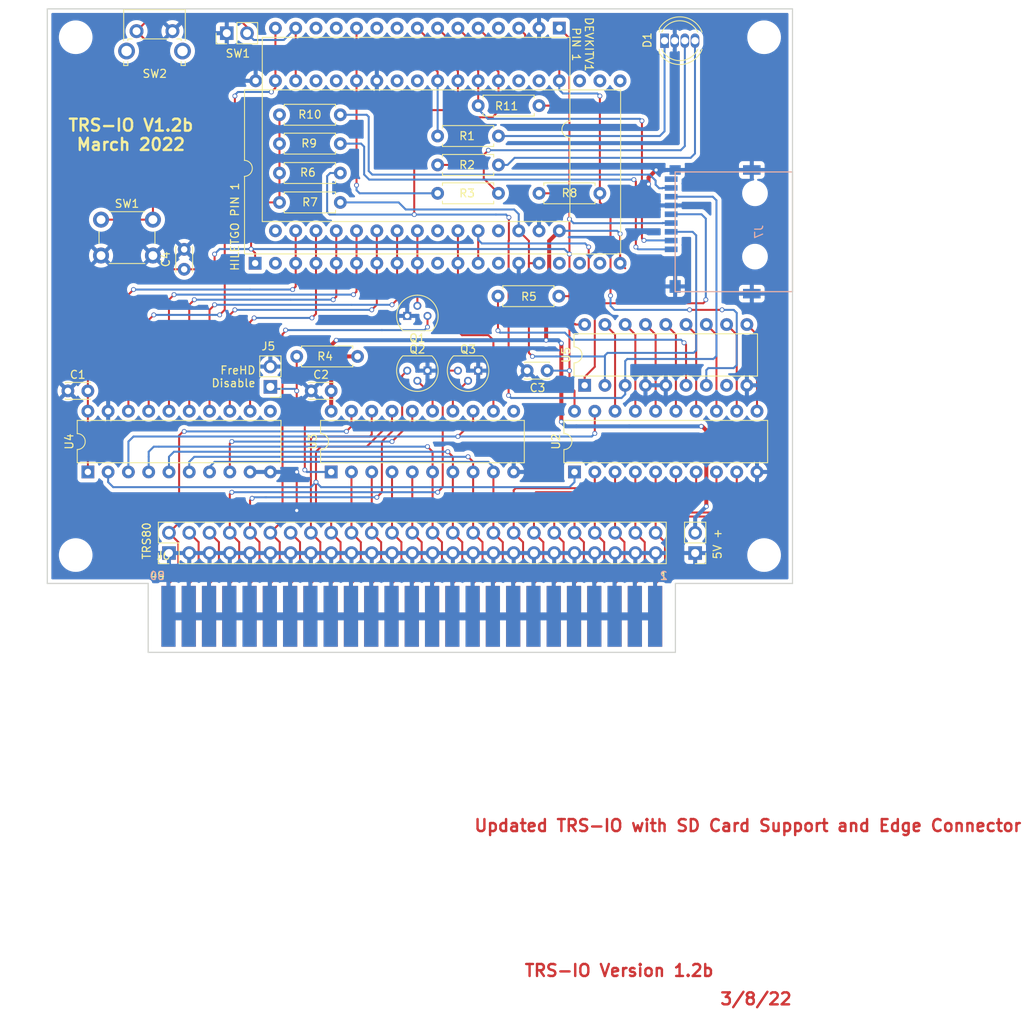
<source format=kicad_pcb>
(kicad_pcb (version 20211014) (generator pcbnew)
  (layers (0 "F.Cu" signal) (31 "B.Cu" signal) (34 "B.Paste" user) (35 "F.Paste" user) (36 "B.SilkS" user "B.Silkscreen") (37 "F.SilkS" user "F.Silkscreen") (38 "B.Mask" user) (39 "F.Mask" user) (44 "Edge.Cuts" user))
  (net 0 "")
  (net 1 "+3V3")
  (net 2 "GND")
  (net 3 "A0")
  (net 4 "A1")
  (net 5 "A2")
  (net 6 "A3")
  (net 7 "{slash}XHD")
  (net 9 "{slash}ESP32_INT")
  (net 10 "LED_RED")
  (net 11 "LED_GREEN")
  (net 12 "LED_BLUE")
  (net 13 "{slash}WAIT")
  (net 14 "ESP32_A2")
  (net 15 "ESP32_A3")
  (net 16 "ESP32_A0")
  (net 17 "ESP32_A1")
  (net 18 "{slash}ESP_EXTIOSEL")
  (net 21 "{slash}ESP32_IN")
  (net 23 "+5V")
  (net 24 "BUTTON")
  (net 25 "{slash}ESP32_P31")
  (net 26 "_IORQ")
  (net 27 "_M1")
  (net 28 "NC")
  (net 29 "_EXTIOSEL")
  (net 30 "_IOWAIT")
  (net 31 "_IOINT")
  (net 32 "_RESET")
  (net 33 "_OUT")
  (net 34 "_IN")
  (net 35 "A7")
  (net 36 "A6")
  (net 37 "A5")
  (net 38 "A4")
  (net 39 "D7")
  (net 40 "D6")
  (net 41 "D5")
  (net 42 "D4")
  (net 43 "D3")
  (net 44 "D2")
  (net 45 "D1")
  (net 46 "D0")
  (net 47 "Net-(J7-Pad1)")
  (net 48 "CS_SD")
  (net 49 "MOSI")
  (net 50 "SCK")
  (net 51 "MISO")
  (net 52 "Net-(J7-Pad8)")
  (net 53 "Net-(R5-Pad2)")
  (net 54 "CS_EXPAND")
  (net 55 "BD0")
  (net 56 "BD1")
  (net 57 "BD2")
  (net 58 "BD3")
  (net 59 "BD4")
  (net 60 "BD5")
  (net 61 "BD6")
  (net 62 "BD7")
  (net 67 "{slash}ESP32_WAIT")
  (net 76 "{slash}ESP32_SEL")
  (net 85 "{slash}ESP_SEL")
  (net 87 "{slash}ESP_P31")
  (net 90 "Net-(D1-Pad4)")
  (net 91 "Net-(D1-Pad3)")
  (net 92 "Net-(D1-Pad1)")
  (footprint "Capacitors_THT:C_Disc_D3.0mm_W2.0mm_P2.50mm" (layer "F.Cu") (at 130.81 116.84 180)
    (fp_text reference "C1")
    (fp_text value "0.1" hide)
  )
  (footprint "Capacitors_THT:C_Disc_D3.0mm_W2.0mm_P2.50mm" (layer "F.Cu") (at 161.29 116.84 180)
    (fp_text reference "C2")
    (fp_text value "0.1" hide)
  )
  (footprint "Capacitors_THT:C_Disc_D3.0mm_W2.0mm_P2.50mm" (layer "F.Cu") (at 188.341 114.3 180)
    (fp_text reference "C3")
    (fp_text value "0.1" hide)
  )
  (footprint "Capacitors_THT:C_Disc_D3.0mm_W2.0mm_P2.50mm" (layer "F.Cu") (at 142.875 101.6 90)
    (fp_text reference "C4")
    (fp_text value "0.1")
  )
  (footprint "LEDs:LED_D5.0mm-4" (layer "F.Cu") (at 203.05 72.95)
    (fp_text reference "D1")
    (fp_text value "LED_RCBG" hide)
  )
  (footprint "TO_SOT_Packages_THT:TO-92_Molded_Narrow" (layer "F.Cu") (at 170.815 107.442)
    (fp_text reference "Q1")
    (fp_text value "2N7000" hide)
  )
  (footprint "TO_SOT_Packages_THT:TO-92_Molded_Narrow" (layer "F.Cu") (at 173.355 114.3 180)
    (fp_text reference "Q2")
    (fp_text value "2N7000" hide)
  )
  (footprint "TO_SOT_Packages_THT:TO-92_Molded_Narrow" (layer "F.Cu") (at 179.705 114.3 180)
    (fp_text reference "Q3")
    (fp_text value "2N7000" hide)
  )
  (footprint "Resistors_THT:R_Axial_DIN0207_L6.3mm_D2.5mm_P7.62mm_Horizontal" (layer "F.Cu") (at 174.625 88.519)
    (fp_text reference "R2")
    (fp_text value "100" hide)
  )
  (footprint "Buttons_Switches_THT:SW_PUSH_6mm_h9.5mm" (layer "F.Cu") (at 132.461 95.377)
    (fp_text reference "SW1")
    (fp_text value "SW_Push" hide)
  )
  (footprint "Housings_DIP:DIP-20_W7.62mm" (layer "F.Cu") (at 191.77 127 90)
    (fp_text reference "U2")
    (fp_text value "74LVC245")
  )
  (footprint "Housings_DIP:DIP-20_W7.62mm" (layer "F.Cu") (at 161.29 127 90)
    (fp_text reference "U3")
    (fp_text value "GAL16V8" hide)
  )
  (footprint "Housings_DIP:DIP-20_W7.62mm" (layer "F.Cu") (at 130.81 127 90)
    (fp_text reference "U4")
    (fp_text value "74LVC245" hide)
  )
  (footprint "TRSIO:Pin_Header_Straight_2x25_Pitch2.54mm" (layer "F.Cu") (at 140.97 137.16 90)
    (fp_text reference "J1" hide)
    (fp_text value "TRS80 " hide)
  )
  (footprint "TRSIO:DIP-30_W25.4mm" (layer "F.Cu") (at 189.865 71.374 -90)
    (fp_text reference "U1B1" hide)
    (fp_text value "ESP32_AliExpress" hide)
  )
  (footprint "TRSIO:DIP-38_W22.9mm" (layer "F.Cu") (at 151.765 100.838 90)
    (fp_text reference "U1A1" hide)
    (fp_text value "ESP32S" hide)
  )
  (footprint "Pin_Headers:Pin_Header_Straight_1x02_Pitch2.54mm" (layer "F.Cu") (at 206.883 137.16 180)
    (fp_text reference "J2" hide)
    (fp_text value "+5V" hide)
  )
  (footprint "Pin_Headers:Pin_Header_Straight_1x02_Pitch2.54mm" (layer "F.Cu") (at 148.209 72.009 90)
    (fp_text reference "J3" hide)
    (fp_text value "BUTTON" hide)
  )
  (footprint "Buttons_Switches_THT:SW_Tactile_SPST_Angled_PTS645Vx31-2LFS" (layer "F.Cu") (at 136.906 71.755)
    (fp_text reference "SW2")
    (fp_text value "Right Angle" hide)
  )
  (footprint "Pin_Headers:Pin_Header_Straight_1x02_Pitch2.54mm" (layer "F.Cu") (at 153.67 116.332 180)
    (fp_text reference "J5")
    (fp_text value "FreHD Disable" hide)
  )
  (footprint "Resistors_THT:R_Axial_DIN0207_L6.3mm_D2.5mm_P7.62mm_Horizontal" (layer "F.Cu") (at 164.592 112.522 180)
    (fp_text reference "R4")
    (fp_text value "4K7" hide)
  )
  (footprint "TRSIO:EDGE50" (layer "F.Cu") (at 163.1315 145.0975)
    (fp_text reference "J6")
    (fp_text value "TRS80 ")
  )
  (footprint "Resistors_THT:R_Axial_DIN0207_L6.3mm_D2.5mm_P7.62mm_Horizontal" (layer "F.Cu") (at 189.8015 104.9655 180)
    (fp_text reference "R5")
    (fp_text value "10K")
  )
  (footprint "Resistors_THT:R_Axial_DIN0207_L6.3mm_D2.5mm_P7.62mm_Horizontal" (layer "F.Cu") (at 154.813 89.535)
    (fp_text reference "R6")
    (fp_text value "10K")
  )
  (footprint "Resistors_THT:R_Axial_DIN0207_L6.3mm_D2.5mm_P7.62mm_Horizontal" (layer "F.Cu") (at 154.813 93.218)
    (fp_text reference "R7")
    (fp_text value "10K")
  )
  (footprint "Resistors_THT:R_Axial_DIN0207_L6.3mm_D2.5mm_P7.62mm_Horizontal" (layer "F.Cu") (at 187.325 92.075)
    (fp_text reference "R8")
    (fp_text value "10K")
  )
  (footprint "Resistors_THT:R_Axial_DIN0207_L6.3mm_D2.5mm_P7.62mm_Horizontal" (layer "F.Cu") (at 154.813 85.852)
    (fp_text reference "R9")
    (fp_text value "10K")
  )
  (footprint "Resistors_THT:R_Axial_DIN0207_L6.3mm_D2.5mm_P7.62mm_Horizontal" (layer "F.Cu") (at 154.813 82.2325)
    (fp_text reference "R10")
    (fp_text value "10K")
  )
  (footprint "Housings_DIP:DIP-18_W7.62mm" (layer "F.Cu") (at 193.04 116.1415 90)
    (fp_text reference "U5")
    (fp_text value "MCP23S08")
  )
  (footprint "Resistors_THT:R_Axial_DIN0207_L6.3mm_D2.5mm_P7.62mm_Horizontal" (layer "F.Cu") (at 187.325 81.0895 180)
    (fp_text reference "R11")
    (fp_text value "10K")
  )
  (footprint "Resistors_THT:R_Axial_DIN0207_L6.3mm_D2.5mm_P7.62mm_Horizontal" (layer "F.Cu") (at 174.625 92.075)
    (fp_text reference "R3")
    (fp_text value "100" hide)
  )
  (footprint "Resistors_THT:R_Axial_DIN0207_L6.3mm_D2.5mm_P7.62mm_Horizontal" (layer "F.Cu") (at 174.625 84.8995)
    (fp_text reference "R1")
    (fp_text value "100" hide)
  )
  (footprint "Mounting_Holes:MountingHole_3.2mm_M3" (layer "F.Cu") (at 129.286 72.517)
    (fp_text reference "REF**" hide)
    (fp_text value "MountingHole_3.2mm_M3")
  )
  (footprint "Mounting_Holes:MountingHole_3.2mm_M3" (layer "F.Cu") (at 215.519 72.517)
    (fp_text reference "REF**" hide)
    (fp_text value "MountingHole_3.2mm_M3")
  )
  (footprint "Mounting_Holes:MountingHole_3.2mm_M3" (layer "F.Cu") (at 215.519 137.414)
    (fp_text reference "REF**" hide)
    (fp_text value "MountingHole_3.2mm_M3")
  )
  (footprint "Mounting_Holes:MountingHole_2.2mm_M2" (layer "F.Cu") (at 214.376 92.075)
    (fp_text reference "REF**" hide)
    (fp_text value "MountingHole_2.2mm_M2")
  )
  (footprint "Mounting_Holes:MountingHole_2.2mm_M2" (layer "F.Cu") (at 214.376 100.0125)
    (fp_text reference "REF**" hide)
    (fp_text value "MountingHole_2.2mm_M2")
  )
  (footprint "Mounting_Holes:MountingHole_3.2mm_M3" (layer "F.Cu") (at 129.286 137.414)
    (fp_text reference "REF**" hide)
    (fp_text value "MountingHole_3.2mm_M3")
  )
  (footprint "TRSIO:TFP09-2-12B" (layer "B.Cu") (at 214.376 96.901 -90)
    (fp_text reference "J7")
    (fp_text value "SD_Card")
  )
  (gr_line (start 138.3665 140.97) (end 138.3665 149.606) (layer "Edge.Cuts") (width 0.15))
  (gr_line (start 125.73 140.97) (end 138.3665 140.97) (layer "Edge.Cuts") (width 0.15))
  (gr_line (start 219.075 68.961) (end 125.73 68.961) (layer "Edge.Cuts") (width 0.15))
  (gr_line (start 138.3665 149.606) (end 204.4065 149.606) (layer "Edge.Cuts") (width 0.15))
  (gr_line (start 204.4065 149.606) (end 204.4065 140.97) (layer "Edge.Cuts") (width 0.15))
  (gr_line (start 219.075 140.97) (end 219.075 68.961) (layer "Edge.Cuts") (width 0.15))
  (gr_line (start 125.73 68.961) (end 125.73 140.97) (layer "Edge.Cuts") (width 0.15))
  (gr_line (start 219.075 140.97) (end 204.4065 140.97) (layer "Edge.Cuts") (width 0.15))
  (gr_text "Updated TRS-IO with SD Card Support and Edge Connector" (at 179.07 171.323) (layer "F.Cu") (effects (font (size 1.5 1.5) (thickness 0.3)) (justify left)))
  (gr_text "3/8/22" (at 214.503 193.04) (layer "F.Cu") (effects (font (size 1.5 1.5) (thickness 0.3))))
  (gr_text "TRS-IO Version 1.2b" (at 197.358 189.484) (layer "F.Cu") (effects (font (size 1.5 1.5) (thickness 0.3))))
  (gr_text "2" (at 202.946 140.0175) (layer "B.SilkS") (effects (font (size 1 1)) (justify mirror)))
  (gr_text "50" (at 139.5095 140.0175) (layer "B.SilkS") (effects (font (size 1 1)) (justify mirror)))
  (gr_text "SW1" (at 149.606 74.549) (layer "F.SilkS") (effects (font (size 1 1))))
  (gr_text "5V +" (at 209.677 136.017 90) (layer "F.SilkS") (effects (font (size 1 1))))
  (gr_text "DEVKITV1\nPIN 1" (at 192.786 73.406 270) (layer "F.SilkS") (effects (font (size 1 1))))
  (gr_text "TRS-IO V1.2b\nMarch 2022" (at 136.2 84.75) (layer "F.SilkS") (effects (font (size 1.5 1.5) (thickness 0.3))))
  (gr_text "49" (at 139.5095 140.0175) (layer "F.SilkS") (effects (font (size 1 1))))
  (gr_text "TRS80" (at 138.176 135.636 90) (layer "F.SilkS") (effects (font (size 1 1))))
  (gr_text "FreHD\nDisable" (at 151.892 115.062) (layer "F.SilkS") (effects (font (size 1 1)) (justify right)))
  (gr_text "HILETGO PIN 1" (at 149.225 96.266 90) (layer "F.SilkS") (effects (font (size 1 1))))
  (gr_text "1" (at 202.946 140.0175) (layer "F.SilkS") (effects (font (size 1 1))))
  (segment (start 131.445 101.6) (end 130.81 102.235) (width 0.25) (layer "F.Cu") (net 1))
  (segment (start 130.81 102.235) (end 130.81 116.84) (width 0.25) (layer "F.Cu") (net 1))
  (segment (start 151.765 99.568) (end 151.257 99.06) (width 0.25) (layer "F.Cu") (net 1))
  (segment (start 191.135 116.205) (end 191.77 116.84) (width 0.25) (layer "F.Cu") (net 1))
  (segment (start 191.135 72.644) (end 189.865 71.374) (width 0.25) (layer "F.Cu") (net 1))
  (segment (start 191.135 114.3) (end 191.135 116.205) (width 0.25) (layer "F.Cu") (net 1))
  (segment (start 191.135 99.695) (end 191.135 95.3135) (width 0.25) (layer "F.Cu") (net 1))
  (segment (start 187.325 92.075) (end 191.135 92.075) (width 0.25) (layer "F.Cu") (net 1))
  (segment (start 187.325 81.0895) (end 188.45637 81.0895) (width 0.25) (layer "F.Cu") (net 1))
  (segment (start 191.135 92.075) (end 191.135 81.0895) (width 0.25) (layer "F.Cu") (net 1))
  (segment (start 151.765 100.838) (end 151.765 99.568) (width 0.25) (layer "F.Cu") (net 1))
  (segment (start 151.257 93.599) (end 151.638 93.218) (width 0.25) (layer "F.Cu") (net 1))
  (segment (start 151.638 93.218) (end 154.813 93.218) (width 0.25) (layer "F.Cu") (net 1))
  (segment (start 146.685 101.6) (end 146.685 99.695) (width 0.25) (layer "F.Cu") (net 1))
  (segment (start 130.81 119.38) (end 130.81 127) (width 0.25) (layer "F.Cu") (net 1))
  (segment (start 191.135 114.3) (end 191.135 114.3) (width 0.25) (layer "F.Cu") (net 1))
  (segment (start 188.45637 81.0895) (end 191.135 81.0895) (width 0.25) (layer "F.Cu") (net 1))
  (segment (start 154.813 83.36387) (end 154.813 85.852) (width 0.25) (layer "F.Cu") (net 1))
  (segment (start 142.875 101.6) (end 131.445 101.6) (width 0.25) (layer "F.Cu") (net 1))
  (segment (start 154.813 82.2325) (end 154.813 83.36387) (width 0.25) (layer "F.Cu") (net 1))
  (segment (start 191.135 109.22) (end 191.135 114.3) (width 0.25) (layer "F.Cu") (net 1))
  (segment (start 130.81 116.84) (end 130.81 119.38) (width 0.25) (layer "F.Cu") (net 1))
  (segment (start 191.135 81.0895) (end 191.135 72.644) (width 0.25) (layer "F.Cu") (net 1))
  (segment (start 191.135 99.695) (end 191.135 104.9655) (width 0.25) (layer "F.Cu") (net 1))
  (segment (start 146.685 101.6) (end 142.875 101.6) (width 0.25) (layer "F.Cu") (net 1))
  (segment (start 154.813 89.535) (end 154.813 93.218) (width 0.25) (layer "F.Cu") (net 1))
  (segment (start 191.135 95.3135) (end 191.135 92.075) (width 0.25) (layer "F.Cu") (net 1))
  (segment (start 154.813 85.852) (end 154.813 86.98337) (width 0.25) (layer "F.Cu") (net 1))
  (segment (start 189.8015 104.9655) (end 191.135 104.9655) (width 0.25) (layer "F.Cu") (net 1))
  (segment (start 191.77 116.84) (end 191.77 119.38) (width 0.25) (layer "F.Cu") (net 1))
  (segment (start 191.135 104.9655) (end 191.135 108.458) (width 0.25) (layer "F.Cu") (net 1))
  (segment (start 193.04 108.5215) (end 191.90863 108.5215) (width 0.25) (layer "F.Cu") (net 1))
  (segment (start 151.257 99.06) (end 151.257 93.599) (width 0.25) (layer "F.Cu") (net 1))
  (segment (start 191.90863 108.5215) (end 191.84513 108.458) (width 0.25) (layer "F.Cu") (net 1))
  (segment (start 154.813 86.98337) (end 154.813 89.535) (width 0.25) (layer "F.Cu") (net 1))
  (segment (start 191.135 108.458) (end 191.135 109.22) (width 0.25) (layer "F.Cu") (net 1))
  (segment (start 191.84513 108.458) (end 191.135 108.458) (width 0.25) (layer "F.Cu") (net 1))
  (via (at 146.685 99.695) (size 0.6) (drill 0.4) (layers "F.Cu" "B.Cu") (net 1))
  (via (at 191.135 95.3135) (size 0.6) (drill 0.4) (layers "F.Cu" "B.Cu") (net 1))
  (via (at 191.135 99.695) (size 0.6) (drill 0.4) (layers "F.Cu" "B.Cu") (net 1))
  (via (at 191.135 114.3) (size 0.6) (drill 0.4) (layers "F.Cu" "B.Cu") (net 1))
  (via (at 151.257 99.06) (size 0.6) (drill 0.4) (layers "F.Cu" "B.Cu") (net 1))
  (segment (start 146.685 99.695) (end 147.32 99.06) (width 0.25) (layer "B.Cu") (net 1))
  (segment (start 147.32 99.06) (end 151.257 99.06) (width 0.25) (layer "B.Cu") (net 1))
  (segment (start 190.5 99.06) (end 191.135 99.695) (width 0.25) (layer "B.Cu") (net 1))
  (segment (start 151.257 99.06) (end 190.5 99.06) (width 0.25) (layer "B.Cu") (net 1))
  (segment (start 191.643 95.8215) (end 191.135 95.3135) (width 0.25) (layer "B.Cu") (net 1))
  (segment (start 202.826 95.801) (end 202.8055 95.8215) (width 0.25) (layer "B.Cu") (net 1))
  (segment (start 188.341 114.3) (end 191.135 114.3) (width 0.25) (layer "B.Cu") (net 1))
  (segment (start 202.8055 95.8215) (end 191.643 95.8215) (width 0.25) (layer "B.Cu") (net 1))
  (segment (start 203.876 95.801) (end 202.826 95.801) (width 0.25) (layer "B.Cu") (net 1))
  (segment (start 156.972 127) (end 156.972 131.826) (width 0.25) (layer "F.Cu") (net 2))
  (segment (start 201.9935 89.154) (end 201.693501 89.453999) (width 0.25) (layer "F.Cu") (net 2))
  (segment (start 201.041 90.1065) (end 201.041 90.932) (width 0.5) (layer "F.Cu") (net 2))
  (segment (start 201.693501 89.453999) (end 201.041 90.1065) (width 0.5) (layer "F.Cu") (net 2))
  (via (at 156.972 131.826) (size 0.6) (drill 0.4) (layers "F.Cu" "B.Cu") (net 2))
  (via (at 201.041 90.932) (size 0.6) (drill 0.4) (layers "F.Cu" "B.Cu") (net 2))
  (via (at 201.9935 89.154) (size 0.6) (drill 0.4) (layers "F.Cu" "B.Cu") (net 2))
  (via (at 156.972 127) (size 0.6) (drill 0.4) (layers "F.Cu" "B.Cu") (net 2))
  (segment (start 201.8665 145.0975) (end 201.8665 137.2235) (width 0.25) (layer "B.Cu") (net 2))
  (segment (start 201.8665 137.2235) (end 201.93 137.16) (width 0.25) (layer "B.Cu") (net 2))
  (segment (start 203.423 89.154) (end 201.9935 89.154) (width 0.5) (layer "B.Cu") (net 2))
  (segment (start 204.376 89.151) (end 203.426 89.151) (width 0.25) (layer "B.Cu") (net 2))
  (segment (start 153.67 127) (end 156.972 127) (width 0.25) (layer "B.Cu") (net 2))
  (segment (start 201.8665 145.0975) (end 140.9065 145.0975) (width 1) (layer "B.Cu") (net 2))
  (segment (start 203.426 89.151) (end 203.423 89.154) (width 0.25) (layer "B.Cu") (net 2))
  (segment (start 140.9065 137.2235) (end 140.97 137.16) (width 0.25) (layer "B.Cu") (net 2))
  (segment (start 182.459999 135.469999) (end 181.61 134.62) (width 0.25) (layer "F.Cu") (net 3))
  (segment (start 182.785001 135.795001) (end 182.459999 135.469999) (width 0.25) (layer "F.Cu") (net 3))
  (segment (start 181.5465 145.0975) (end 181.5465 141.0375) (width 0.25) (layer "F.Cu") (net 3))
  (segment (start 182.785001 139.798999) (end 182.785001 135.795001) (width 0.25) (layer "F.Cu") (net 3))
  (segment (start 181.61 127) (end 181.61 134.62) (width 0.25) (layer "F.Cu") (net 3))
  (segment (start 181.5465 141.0375) (end 182.785001 139.798999) (width 0.25) (layer "F.Cu") (net 3))
  (segment (start 146.05 126.365) (end 146.685 125.73) (width 0.25) (layer "B.Cu") (net 3))
  (segment (start 146.685 125.73) (end 180.34 125.73) (width 0.25) (layer "B.Cu") (net 3))
  (segment (start 180.975 125.73) (end 181.61 126.365) (width 0.25) (layer "B.Cu") (net 3))
  (segment (start 181.61 126.365) (end 181.61 127) (width 0.25) (layer "B.Cu") (net 3))
  (segment (start 180.34 125.73) (end 180.975 125.73) (width 0.25) (layer "B.Cu") (net 3))
  (segment (start 146.05 127) (end 146.05 126.365) (width 0.25) (layer "B.Cu") (net 3))
  (segment (start 179.07 125.73) (end 178.435 125.095) (width 0.25) (layer "F.Cu") (net 4))
  (segment (start 179.0065 145.0975) (end 179.0065 141.0375) (width 0.25) (layer "F.Cu") (net 4))
  (segment (start 180.245001 135.795001) (end 179.919999 135.469999) (width 0.25) (layer "F.Cu") (net 4))
  (segment (start 179.07 127) (end 179.07 125.73) (width 0.25) (layer "F.Cu") (net 4))
  (segment (start 179.0065 141.0375) (end 180.245001 139.798999) (width 0.25) (layer "F.Cu") (net 4))
  (segment (start 179.07 127) (end 179.07 134.62) (width 0.25) (layer "F.Cu") (net 4))
  (segment (start 179.919999 135.469999) (end 179.07 134.62) (width 0.25) (layer "F.Cu") (net 4))
  (segment (start 180.245001 139.798999) (end 180.245001 135.795001) (width 0.25) (layer "F.Cu") (net 4))
  (via (at 178.435 125.095) (size 0.6) (drill 0.4) (layers "F.Cu" "B.Cu") (net 4))
  (segment (start 178.435 125.095) (end 144.78 125.095) (width 0.25) (layer "B.Cu") (net 4))
  (segment (start 143.51 126.365) (end 143.51 127) (width 0.25) (layer "B.Cu") (net 4))
  (segment (start 144.145 125.095) (end 143.51 125.73) (width 0.25) (layer "B.Cu") (net 4))
  (segment (start 143.51 125.73) (end 143.51 127) (width 0.25) (layer "B.Cu") (net 4))
  (segment (start 144.78 125.095) (end 144.145 125.095) (width 0.25) (layer "B.Cu") (net 4))
  (segment (start 176.53 125.095) (end 175.895 124.46) (width 0.25) (layer "F.Cu") (net 5))
  (segment (start 177.379999 135.469999) (end 176.53 134.62) (width 0.25) (layer "F.Cu") (net 5))
  (segment (start 176.53 127) (end 176.53 134.62) (width 0.25) (layer "F.Cu") (net 5))
  (segment (start 176.53 125.095) (end 176.53 127) (width 0.25) (layer "F.Cu") (net 5))
  (segment (start 176.4665 145.0975) (end 176.4665 141.0375) (width 0.25) (layer "F.Cu") (net 5))
  (segment (start 177.705001 139.798999) (end 177.705001 135.795001) (width 0.25) (layer "F.Cu") (net 5))
  (segment (start 176.4665 141.0375) (end 177.705001 139.798999) (width 0.25) (layer "F.Cu") (net 5))
  (segment (start 177.705001 135.795001) (end 177.379999 135.469999) (width 0.25) (layer "F.Cu") (net 5))
  (via (at 175.895 124.46) (size 0.6) (drill 0.4) (layers "F.Cu" "B.Cu") (net 5))
  (segment (start 175.895 124.46) (end 142.24 124.46) (width 0.25) (layer "B.Cu") (net 5))
  (segment (start 140.97 127) (end 140.97 125.73) (width 0.25) (layer "B.Cu") (net 5))
  (segment (start 141.605 124.46) (end 140.97 125.095) (width 0.25) (layer "B.Cu") (net 5))
  (segment (start 140.97 125.095) (end 140.97 125.73) (width 0.25) (layer "B.Cu") (net 5))
  (segment (start 142.24 124.46) (end 141.605 124.46) (width 0.25) (layer "B.Cu") (net 5))
  (segment (start 173.99 124.46) (end 173.355 123.825) (width 0.25) (layer "F.Cu") (net 6))
  (segment (start 174.839999 135.469999) (end 173.99 134.62) (width 0.25) (layer "F.Cu") (net 6))
  (segment (start 173.9265 145.0975) (end 173.9265 141.0375) (width 0.25) (layer "F.Cu") (net 6))
  (segment (start 175.165001 139.798999) (end 175.165001 135.795001) (width 0.25) (layer "F.Cu") (net 6))
  (segment (start 173.99 124.46) (end 173.99 127) (width 0.25) (layer "F.Cu") (net 6))
  (segment (start 175.165001 135.795001) (end 174.839999 135.469999) (width 0.25) (layer "F.Cu") (net 6))
  (segment (start 173.9265 141.0375) (end 175.165001 139.798999) (width 0.25) (layer "F.Cu") (net 6))
  (segment (start 173.99 127) (end 173.99 134.62) (width 0.25) (layer "F.Cu") (net 6))
  (via (at 173.355 123.825) (size 0.6) (drill 0.4) (layers "F.Cu" "B.Cu") (net 6))
  (segment (start 173.355 123.825) (end 139.7 123.825) (width 0.25) (layer "B.Cu") (net 6))
  (segment (start 138.43 127) (end 138.43 125.095) (width 0.25) (layer "B.Cu") (net 6))
  (segment (start 139.065 123.825) (end 138.43 124.46) (width 0.25) (layer "B.Cu") (net 6))
  (segment (start 138.43 124.46) (end 138.43 125.095) (width 0.25) (layer "B.Cu") (net 6))
  (segment (start 139.7 123.825) (end 139.065 123.825) (width 0.25) (layer "B.Cu") (net 6))
  (segment (start 157.988 126.746) (end 157.988 121.158) (width 0.25) (layer "F.Cu") (net 7))
  (segment (start 157.988 120.65) (end 157.734 120.396) (width 0.25) (layer "F.Cu") (net 7))
  (segment (start 157.734 120.396) (end 157.226 120.396) (width 0.25) (layer "F.Cu") (net 7))
  (segment (start 157.226 120.396) (end 156.972 120.142) (width 0.25) (layer "F.Cu") (net 7))
  (segment (start 156.972 120.142) (end 156.972 116.84) (width 0.25) (layer "F.Cu") (net 7))
  (segment (start 157.988 121.158) (end 157.988 120.65) (width 0.25) (layer "F.Cu") (net 7))
  (segment (start 156.972 112.522) (end 156.972 116.84) (width 0.25) (layer "F.Cu") (net 7))
  (via (at 157.988 126.746) (size 0.6) (drill 0.4) (layers "F.Cu" "B.Cu") (net 7))
  (via (at 156.972 116.84) (size 0.6) (drill 0.4) (layers "F.Cu" "B.Cu") (net 7))
  (segment (start 158.242 127) (end 157.988 126.746) (width 0.25) (layer "B.Cu") (net 7))
  (segment (start 156.972 116.84) (end 156.718 116.586) (width 0.25) (layer "B.Cu") (net 7))
  (segment (start 156.718 116.586) (end 153.924 116.586) (width 0.25) (layer "B.Cu") (net 7))
  (segment (start 153.924 116.586) (end 153.67 116.332) (width 0.25) (layer "B.Cu") (net 7))
  (segment (start 161.29 127) (end 158.242 127) (width 0.25) (layer "B.Cu") (net 7))
  (segment (start 172.085 96.774) (end 172.085 100.838) (width 0.25) (layer "F.Cu") (net 9))
  (segment (start 172.085 100.838) (end 172.085 106.172) (width 0.25) (layer "F.Cu") (net 9))
  (segment (start 173.228 75.438) (end 173.228 72.517) (width 0.25) (layer "F.Cu") (net 10))
  (segment (start 173.228 72.517) (end 172.085 71.374) (width 0.25) (layer "F.Cu") (net 10))
  (segment (start 174.625 77.978) (end 174.625 76.835) (width 0.25) (layer "F.Cu") (net 10))
  (segment (start 174.625 76.835) (end 173.228 75.438) (width 0.25) (layer "F.Cu") (net 10))
  (segment (start 174.625 84.8995) (end 174.625 77.978) (width 0.25) (layer "B.Cu") (net 10))
  (segment (start 180.848 75.438) (end 180.848 72.517) (width 0.25) (layer "F.Cu") (net 11))
  (segment (start 180.848 72.517) (end 179.705 71.374) (width 0.25) (layer "F.Cu") (net 11))
  (segment (start 176.149 88.519) (end 174.625 88.519) (width 0.25) (layer "F.Cu") (net 11))
  (segment (start 182.245 77.978) (end 182.245 81.788) (width 0.25) (layer "F.Cu") (net 11))
  (segment (start 182.245 76.835) (end 180.848 75.438) (width 0.25) (layer "F.Cu") (net 11))
  (segment (start 182.245 77.978) (end 182.245 76.835) (width 0.25) (layer "F.Cu") (net 11))
  (segment (start 182.245 81.788) (end 181.483 82.55) (width 0.25) (layer "F.Cu") (net 11))
  (segment (start 177.292 82.55) (end 176.53 83.312) (width 0.25) (layer "F.Cu") (net 11))
  (segment (start 176.53 83.312) (end 176.53 88.138) (width 0.25) (layer "F.Cu") (net 11))
  (segment (start 176.53 88.138) (end 176.149 88.519) (width 0.25) (layer "F.Cu") (net 11))
  (segment (start 181.483 82.55) (end 177.292 82.55) (width 0.25) (layer "F.Cu") (net 11))
  (segment (start 164.465 91.059) (end 164.465 89.916) (width 0.25) (layer "F.Cu") (net 12))
  (segment (start 164.465 89.916) (end 164.465 90.043) (width 0.25) (layer "F.Cu") (net 12))
  (segment (start 164.465 71.374) (end 164.465 77.978) (width 0.25) (layer "F.Cu") (net 12))
  (segment (start 164.465 77.978) (end 164.465 89.916) (width 0.25) (layer "F.Cu") (net 12))
  (via (at 164.465 91.059) (size 0.6) (drill 0.4) (layers "F.Cu" "B.Cu") (net 12))
  (segment (start 164.846 92.075) (end 164.465 91.694) (width 0.25) (layer "B.Cu") (net 12))
  (segment (start 174.625 92.075) (end 164.846 92.075) (width 0.25) (layer "B.Cu") (net 12))
  (segment (start 164.465 91.694) (end 164.465 91.059) (width 0.25) (layer "B.Cu") (net 12))
  (segment (start 173.99 117.475) (end 173.99 119.38) (width 0.25) (layer "F.Cu") (net 13))
  (segment (start 172.085 115.57) (end 173.99 117.475) (width 0.25) (layer "F.Cu") (net 13))
  (segment (start 143.51 106.045) (end 144.145 105.41) (width 0.25) (layer "F.Cu") (net 14))
  (segment (start 161.925 105.029) (end 161.544 105.41) (width 0.25) (layer "F.Cu") (net 14))
  (segment (start 161.925 96.774) (end 161.925 100.838) (width 0.25) (layer "F.Cu") (net 14))
  (segment (start 161.925 100.838) (end 161.925 105.029) (width 0.25) (layer "F.Cu") (net 14))
  (segment (start 143.51 119.38) (end 143.51 106.045) (width 0.25) (layer "F.Cu") (net 14))
  (via (at 161.544 105.41) (size 0.6) (drill 0.4) (layers "F.Cu" "B.Cu") (net 14))
  (via (at 144.145 105.41) (size 0.6) (drill 0.4) (layers "F.Cu" "B.Cu") (net 14))
  (segment (start 144.145 105.41) (end 156.21 105.41) (width 0.25) (layer "B.Cu") (net 14))
  (segment (start 156.21 105.41) (end 161.544 105.41) (width 0.25) (layer "B.Cu") (net 14))
  (segment (start 140.97 105.41) (end 141.605 104.775) (width 0.25) (layer "F.Cu") (net 15))
  (segment (start 164.465 104.394) (end 164.084 104.775) (width 0.25) (layer "F.Cu") (net 15))
  (segment (start 164.465 100.838) (end 164.465 104.394) (width 0.25) (layer "F.Cu") (net 15))
  (segment (start 164.465 96.774) (end 164.465 100.838) (width 0.25) (layer "F.Cu") (net 15))
  (segment (start 140.97 119.38) (end 140.97 105.41) (width 0.25) (layer "F.Cu") (net 15))
  (via (at 164.084 104.775) (size 0.6) (drill 0.4) (layers "F.Cu" "B.Cu") (net 15))
  (via (at 141.605 104.775) (size 0.6) (drill 0.4) (layers "F.Cu" "B.Cu") (net 15))
  (segment (start 141.605 104.775) (end 158.75 104.775) (width 0.25) (layer "B.Cu") (net 15))
  (segment (start 164.084 104.775) (end 164.211 104.775) (width 0.25) (layer "B.Cu") (net 15))
  (segment (start 158.75 104.775) (end 164.084 104.775) (width 0.25) (layer "B.Cu") (net 15))
  (segment (start 167.005 106.045) (end 166.37 106.68) (width 0.25) (layer "F.Cu") (net 16))
  (segment (start 148.59 107.315) (end 148.59 119.38) (width 0.25) (layer "F.Cu") (net 16))
  (segment (start 167.005 96.774) (end 167.005 100.838) (width 0.25) (layer "F.Cu") (net 16))
  (segment (start 167.005 100.838) (end 167.005 106.045) (width 0.25) (layer "F.Cu") (net 16))
  (segment (start 148.59 107.315) (end 149.225 106.68) (width 0.25) (layer "F.Cu") (net 16))
  (via (at 166.37 106.68) (size 0.6) (drill 0.4) (layers "F.Cu" "B.Cu") (net 16))
  (via (at 149.225 106.68) (size 0.6) (drill 0.4) (layers "F.Cu" "B.Cu") (net 16))
  (segment (start 149.225 106.68) (end 161.29 106.68) (width 0.25) (layer "B.Cu") (net 16))
  (segment (start 166.37 106.68) (end 161.29 106.68) (width 0.25) (layer "B.Cu") (net 16))
  (segment (start 146.05 106.68) (end 146.685 106.045) (width 0.25) (layer "F.Cu") (net 17))
  (segment (start 169.545 105.41) (end 168.91 106.045) (width 0.25) (layer "F.Cu") (net 17))
  (segment (start 169.545 96.774) (end 169.545 100.838) (width 0.25) (layer "F.Cu") (net 17))
  (segment (start 169.545 100.838) (end 169.545 105.41) (width 0.25) (layer "F.Cu") (net 17))
  (segment (start 146.05 106.68) (end 146.05 119.38) (width 0.25) (layer "F.Cu") (net 17))
  (via (at 168.91 106.045) (size 0.6) (drill 0.4) (layers "F.Cu" "B.Cu") (net 17))
  (via (at 146.685 106.045) (size 0.6) (drill 0.4) (layers "F.Cu" "B.Cu") (net 17))
  (segment (start 146.685 106.045) (end 163.83 106.045) (width 0.25) (layer "B.Cu") (net 17))
  (segment (start 168.91 106.045) (end 163.83 106.045) (width 0.25) (layer "B.Cu") (net 17))
  (segment (start 176.53 117.475) (end 176.53 119.38) (width 0.25) (layer "F.Cu") (net 18))
  (segment (start 178.435 115.57) (end 176.53 117.475) (width 0.25) (layer "F.Cu") (net 18))
  (segment (start 135.89 104.775) (end 136.525 104.14) (width 0.25) (layer "F.Cu") (net 21))
  (segment (start 156.845 103.759) (end 156.464 104.14) (width 0.25) (layer "F.Cu") (net 21))
  (segment (start 135.89 104.775) (end 135.89 119.38) (width 0.25) (layer "F.Cu") (net 21))
  (segment (start 156.845 96.774) (end 156.845 100.838) (width 0.25) (layer "F.Cu") (net 21))
  (segment (start 156.845 100.838) (end 156.845 103.759) (width 0.25) (layer "F.Cu") (net 21))
  (via (at 136.525 104.14) (size 0.6) (drill 0.4) (layers "F.Cu" "B.Cu") (net 21))
  (via (at 156.464 104.14) (size 0.6) (drill 0.4) (layers "F.Cu" "B.Cu") (net 21))
  (segment (start 136.525 104.14) (end 151.13 104.14) (width 0.25) (layer "B.Cu") (net 21))
  (segment (start 151.13 104.14) (end 156.464 104.14) (width 0.25) (layer "B.Cu") (net 21))
  (segment (start 161.29 111.125) (end 161.925 110.49) (width 0.5) (layer "F.Cu") (net 23))
  (segment (start 197.485 97.155) (end 197.485 100.838) (width 0.25) (layer "F.Cu") (net 23))
  (segment (start 197.485 100.838) (end 198.12 101.473) (width 0.25) (layer "F.Cu") (net 23))
  (segment (start 208.28 131.318) (end 208.28 121.793) (width 0.5) (layer "F.Cu") (net 23))
  (segment (start 208.28 121.793) (end 207.772 121.285) (width 0.5) (layer "F.Cu") (net 23))
  (segment (start 207.772 121.285) (end 207.645 121.285) (width 0.25) (layer "F.Cu") (net 23))
  (segment (start 161.29 112.522) (end 161.29 111.125) (width 0.5) (layer "F.Cu") (net 23))
  (segment (start 190.119 110.871) (end 190.119 110.871) (width 0.25) (layer "F.Cu") (net 23))
  (segment (start 190.119 120.7135) (end 190.119 110.871) (width 0.5) (layer "F.Cu") (net 23))
  (segment (start 161.29 116.84) (end 161.29 119.38) (width 0.5) (layer "F.Cu") (net 23))
  (segment (start 164.592 112.522) (end 161.29 112.522) (width 0.5) (layer "F.Cu") (net 23))
  (segment (start 161.29 116.84) (end 161.29 112.522) (width 0.5) (layer "F.Cu") (net 23))
  (segment (start 190.119 120.7135) (end 190.119 120.7135) (width 0.25) (layer "F.Cu") (net 23))
  (segment (start 188.595 98.044) (end 188.595 102.997) (width 0.5) (layer "F.Cu") (net 23))
  (segment (start 189.865 96.774) (end 188.595 98.044) (width 0.5) (layer "F.Cu") (net 23))
  (segment (start 188.214 103.378) (end 188.595 102.997) (width 0.5) (layer "F.Cu") (net 23))
  (segment (start 188.214 110.49) (end 188.214 103.378) (width 0.5) (layer "F.Cu") (net 23))
  (via (at 190.119 110.871) (size 0.6) (drill 0.4) (layers "F.Cu" "B.Cu") (net 23))
  (via (at 188.214 110.49) (size 0.6) (drill 0.4) (layers "F.Cu" "B.Cu") (net 23))
  (via (at 208.28 131.318) (size 0.6) (drill 0.4) (layers "F.Cu" "B.Cu") (net 23))
  (via (at 190.119 120.7135) (size 0.6) (drill 0.4) (layers "F.Cu" "B.Cu") (net 23))
  (via (at 197.485 97.155) (size 0.6) (drill 0.4) (layers "F.Cu" "B.Cu") (net 23))
  (via (at 161.925 110.49) (size 0.6) (drill 0.4) (layers "F.Cu" "B.Cu") (net 23))
  (via (at 207.645 121.285) (size 0.6) (drill 0.4) (layers "F.Cu" "B.Cu") (net 23))
  (segment (start 161.925 110.49) (end 188.214 110.49) (width 0.5) (layer "B.Cu") (net 23))
  (segment (start 197.104 96.774) (end 197.485 97.155) (width 0.25) (layer "B.Cu") (net 23))
  (segment (start 198.628 121.285) (end 207.645 121.285) (width 0.5) (layer "B.Cu") (net 23))
  (segment (start 206.883 132.715) (end 208.28 131.318) (width 0.5) (layer "B.Cu") (net 23))
  (segment (start 190.6905 121.285) (end 190.119 120.7135) (width 0.5) (layer "B.Cu") (net 23))
  (segment (start 206.883 134.62) (end 206.883 132.715) (width 0.5) (layer "B.Cu") (net 23))
  (segment (start 189.738 110.49) (end 188.214 110.49) (width 0.5) (layer "B.Cu") (net 23))
  (segment (start 190.119 110.871) (end 189.738 110.49) (width 0.5) (layer "B.Cu") (net 23))
  (segment (start 198.628 121.285) (end 192.009998 121.285) (width 0.5) (layer "B.Cu") (net 23))
  (segment (start 192.009998 121.285) (end 190.6905 121.285) (width 0.5) (layer "B.Cu") (net 23))
  (segment (start 189.865 96.774) (end 197.104 96.774) (width 0.25) (layer "B.Cu") (net 23))
  (segment (start 138.961 89.916) (end 138.961 89.893) (width 0.25) (layer "F.Cu") (net 24))
  (segment (start 140.462 70.231) (end 140.589 70.231) (width 0.25) (layer "F.Cu") (net 24))
  (segment (start 149.733 70.231) (end 150.749 71.247) (width 0.25) (layer "F.Cu") (net 24))
  (segment (start 150.749 71.247) (end 150.749 72.009) (width 0.25) (layer "F.Cu") (net 24))
  (segment (start 140.589 70.231) (end 149.733 70.231) (width 0.25) (layer "F.Cu") (net 24))
  (segment (start 138.43 70.231) (end 136.906 71.755) (width 0.25) (layer "F.Cu") (net 24))
  (segment (start 138.961 76.454) (end 138.961 76.431) (width 0.25) (layer "F.Cu") (net 24))
  (segment (start 138.961 73.81) (end 136.906 71.755) (width 0.25) (layer "F.Cu") (net 24))
  (segment (start 132.461 95.377) (end 138.961 95.377) (width 0.25) (layer "F.Cu") (net 24))
  (segment (start 156.845 71.374) (end 156.845 77.978) (width 0.25) (layer "F.Cu") (net 24))
  (segment (start 138.961 95.377) (end 138.961 89.916) (width 0.25) (layer "F.Cu") (net 24))
  (segment (start 138.961 89.916) (end 138.961 76.454) (width 0.25) (layer "F.Cu") (net 24))
  (segment (start 138.961 76.454) (end 138.961 73.81) (width 0.25) (layer "F.Cu") (net 24))
  (segment (start 140.589 70.231) (end 138.43 70.231) (width 0.25) (layer "F.Cu") (net 24))
  (segment (start 150.749 72.009) (end 151.598999 72.858999) (width 0.25) (layer "B.Cu") (net 24))
  (segment (start 151.598999 72.858999) (end 155.360001 72.858999) (width 0.25) (layer "B.Cu") (net 24))
  (segment (start 155.360001 72.858999) (end 156.045001 72.173999) (width 0.25) (layer "B.Cu") (net 24))
  (segment (start 156.045001 72.173999) (end 156.845 71.374) (width 0.25) (layer "B.Cu") (net 24))
  (segment (start 151.13 108.204) (end 151.638 107.696) (width 0.25) (layer "F.Cu") (net 25))
  (segment (start 159.385 107.188) (end 158.877 107.696) (width 0.25) (layer "F.Cu") (net 25))
  (segment (start 159.385 96.774) (end 159.385 100.838) (width 0.25) (layer "F.Cu") (net 25))
  (segment (start 159.385 107.188) (end 159.385 100.838) (width 0.25) (layer "F.Cu") (net 25))
  (segment (start 151.13 119.38) (end 151.13 108.204) (width 0.25) (layer "F.Cu") (net 25))
  (via (at 151.638 107.696) (size 0.6) (drill 0.4) (layers "F.Cu" "B.Cu") (net 25))
  (via (at 158.877 107.696) (size 0.6) (drill 0.4) (layers "F.Cu" "B.Cu") (net 25))
  (segment (start 151.638 107.696) (end 158.877 107.696) (width 0.25) (layer "B.Cu") (net 25))
  (segment (start 163.195 121.92) (end 163.83 121.285) (width 0.25) (layer "F.Cu") (net 26))
  (segment (start 163.83 121.285) (end 163.83 120.65) (width 0.25) (layer "F.Cu") (net 26))
  (segment (start 142.748 121.92) (end 142.24 122.428) (width 0.25) (layer "F.Cu") (net 26))
  (segment (start 142.24 122.428) (end 142.24 133.35) (width 0.25) (layer "F.Cu") (net 26))
  (segment (start 142.24 133.35) (end 140.97 134.62) (width 0.25) (layer "F.Cu") (net 26))
  (segment (start 163.83 119.38) (end 163.83 120.65) (width 0.25) (layer "F.Cu") (net 26))
  (segment (start 140.9065 141.0375) (end 142.145001 139.798999) (width 0.25) (layer "F.Cu") (net 26))
  (segment (start 141.819999 135.469999) (end 140.97 134.62) (width 0.25) (layer "F.Cu") (net 26))
  (segment (start 142.145001 139.798999) (end 142.145001 135.795001) (width 0.25) (layer "F.Cu") (net 26))
  (segment (start 142.875 121.92) (end 142.748 121.92) (width 0.25) (layer "F.Cu") (net 26))
  (segment (start 140.9065 145.0975) (end 140.9065 141.0375) (width 0.25) (layer "F.Cu") (net 26))
  (segment (start 142.145001 135.795001) (end 141.819999 135.469999) (width 0.25) (layer "F.Cu") (net 26))
  (via (at 163.195 121.92) (size 0.6) (drill 0.4) (layers "F.Cu" "B.Cu") (net 26))
  (via (at 142.875 121.92) (size 0.6) (drill 0.4) (layers "F.Cu" "B.Cu") (net 26))
  (segment (start 142.875 121.92) (end 163.195 121.92) (width 0.25) (layer "B.Cu") (net 26))
  (segment (start 144.685001 135.795001) (end 144.359999 135.469999) (width 0.25) (layer "F.Cu") (net 27))
  (segment (start 144.685001 139.798999) (end 144.685001 135.795001) (width 0.25) (layer "F.Cu") (net 27))
  (segment (start 144.359999 135.469999) (end 143.51 134.62) (width 0.25) (layer "F.Cu") (net 27))
  (segment (start 143.4465 145.0975) (end 143.4465 141.0375) (width 0.25) (layer "F.Cu") (net 27))
  (segment (start 143.4465 141.0375) (end 144.685001 139.798999) (width 0.25) (layer "F.Cu") (net 27))
  (segment (start 145.9865 141.0375) (end 147.225001 139.798999) (width 0.25) (layer "F.Cu") (net 28))
  (segment (start 147.225001 135.795001) (end 146.899999 135.469999) (width 0.25) (layer "F.Cu") (net 28))
  (segment (start 145.9865 145.0975) (end 145.9865 141.0375) (width 0.25) (layer "F.Cu") (net 28))
  (segment (start 146.899999 135.469999) (end 146.05 134.62) (width 0.25) (layer "F.Cu") (net 28))
  (segment (start 147.225001 139.798999) (end 147.225001 135.795001) (width 0.25) (layer "F.Cu") (net 28))
  (segment (start 174.625 129.54) (end 175.26 128.905) (width 0.25) (layer "F.Cu") (net 29))
  (segment (start 175.26 128.905) (end 175.26 114.935) (width 0.25) (layer "F.Cu") (net 29))
  (segment (start 175.26 114.935) (end 175.895 114.3) (width 0.25) (layer "F.Cu") (net 29))
  (segment (start 175.895 114.3) (end 177.165 114.3) (width 0.25) (layer "F.Cu") (net 29))
  (segment (start 148.844 129.54) (end 148.59 129.794) (width 0.25) (layer "F.Cu") (net 29))
  (segment (start 148.59 129.794) (end 148.59 134.62) (width 0.25) (layer "F.Cu") (net 29))
  (segment (start 148.5265 141.0375) (end 149.765001 139.798999) (width 0.25) (layer "F.Cu") (net 29))
  (segment (start 149.439999 135.469999) (end 148.59 134.62) (width 0.25) (layer "F.Cu") (net 29))
  (segment (start 149.765001 139.798999) (end 149.765001 135.795001) (width 0.25) (layer "F.Cu") (net 29))
  (segment (start 149.765001 135.795001) (end 149.439999 135.469999) (width 0.25) (layer "F.Cu") (net 29))
  (segment (start 148.5265 145.0975) (end 148.5265 141.0375) (width 0.25) (layer "F.Cu") (net 29))
  (via (at 174.625 129.54) (size 0.6) (drill 0.4) (layers "F.Cu" "B.Cu") (net 29))
  (via (at 148.844 129.54) (size 0.6) (drill 0.4) (layers "F.Cu" "B.Cu") (net 29))
  (segment (start 150.495 129.54) (end 150.622 129.54) (width 0.25) (layer "B.Cu") (net 29))
  (segment (start 150.622 129.54) (end 174.625 129.54) (width 0.25) (layer "B.Cu") (net 29))
  (segment (start 150.622 129.54) (end 148.844 129.54) (width 0.25) (layer "B.Cu") (net 29))
  (segment (start 167.005 130.175) (end 167.64 129.54) (width 0.25) (layer "F.Cu") (net 30))
  (segment (start 167.64 129.54) (end 167.64 123.19) (width 0.25) (layer "F.Cu") (net 30))
  (segment (start 167.64 123.19) (end 170.18 120.65) (width 0.25) (layer "F.Cu") (net 30))
  (segment (start 170.18 120.65) (end 170.18 114.935) (width 0.25) (layer "F.Cu") (net 30))
  (segment (start 170.18 114.935) (end 170.815 114.3) (width 0.25) (layer "F.Cu") (net 30))
  (segment (start 151.384 130.302) (end 151.13 130.556) (width 0.25) (layer "F.Cu") (net 30))
  (segment (start 151.13 130.556) (end 151.13 134.62) (width 0.25) (layer "F.Cu") (net 30))
  (segment (start 152.305001 135.795001) (end 151.979999 135.469999) (width 0.25) (layer "F.Cu") (net 30))
  (segment (start 151.0665 145.0975) (end 151.0665 141.0375) (width 0.25) (layer "F.Cu") (net 30))
  (segment (start 152.305001 139.798999) (end 152.305001 135.795001) (width 0.25) (layer "F.Cu") (net 30))
  (segment (start 151.979999 135.469999) (end 151.13 134.62) (width 0.25) (layer "F.Cu") (net 30))
  (segment (start 151.0665 141.0375) (end 152.305001 139.798999) (width 0.25) (layer "F.Cu") (net 30))
  (via (at 151.384 130.302) (size 0.6) (drill 0.4) (layers "F.Cu" "B.Cu") (net 30))
  (via (at 167.005 130.175) (size 0.6) (drill 0.4) (layers "F.Cu" "B.Cu") (net 30))
  (segment (start 153.035 130.175) (end 153.162 130.175) (width 0.25) (layer "B.Cu") (net 30))
  (segment (start 153.162 130.175) (end 167.005 130.175) (width 0.25) (layer "B.Cu") (net 30))
  (segment (start 151.511 130.175) (end 151.384 130.302) (width 0.25) (layer "B.Cu") (net 30))
  (segment (start 153.162 130.175) (end 151.511 130.175) (width 0.25) (layer "B.Cu") (net 30))
  (segment (start 155.575 109.347) (end 155.194 109.728) (width 0.25) (layer "F.Cu") (net 31))
  (segment (start 155.194 109.728) (end 155.194 133.096) (width 0.25) (layer "F.Cu") (net 31))
  (segment (start 153.67 134.62) (end 155.194 133.096) (width 0.25) (layer "F.Cu") (net 31))
  (segment (start 173.355 108.839) (end 173.355 107.442) (width 0.25) (layer "F.Cu") (net 31))
  (segment (start 155.575 109.22) (end 155.575 109.347) (width 0.25) (layer "F.Cu") (net 31))
  (segment (start 154.845001 135.795001) (end 154.519999 135.469999) (width 0.25) (layer "F.Cu") (net 31))
  (segment (start 154.845001 139.798999) (end 154.845001 135.795001) (width 0.25) (layer "F.Cu") (net 31))
  (segment (start 154.519999 135.469999) (end 153.67 134.62) (width 0.25) (layer "F.Cu") (net 31))
  (segment (start 153.6065 145.0975) (end 153.6065 141.0375) (width 0.25) (layer "F.Cu") (net 31))
  (segment (start 153.6065 141.0375) (end 154.845001 139.798999) (width 0.25) (layer "F.Cu") (net 31))
  (via (at 155.575 109.22) (size 0.6) (drill 0.4) (layers "F.Cu" "B.Cu") (net 31))
  (via (at 173.355 108.839) (size 0.6) (drill 0.4) (layers "F.Cu" "B.Cu") (net 31))
  (segment (start 155.575 109.22) (end 167.64 109.22) (width 0.25) (layer "B.Cu") (net 31))
  (segment (start 172.974 109.22) (end 173.355 108.839) (width 0.25) (layer "B.Cu") (net 31))
  (segment (start 167.64 109.22) (end 172.974 109.22) (width 0.25) (layer "B.Cu") (net 31))
  (segment (start 156.1465 141.0375) (end 157.385001 139.798999) (width 0.25) (layer "F.Cu") (net 32))
  (segment (start 156.1465 145.0975) (end 156.1465 141.0375) (width 0.25) (layer "F.Cu") (net 32))
  (segment (start 157.385001 139.798999) (end 157.385001 135.795001) (width 0.25) (layer "F.Cu") (net 32))
  (segment (start 157.385001 135.795001) (end 157.059999 135.469999) (width 0.25) (layer "F.Cu") (net 32))
  (segment (start 157.059999 135.469999) (end 156.21 134.62) (width 0.25) (layer "F.Cu") (net 32))
  (segment (start 166.37 122.301) (end 166.116 122.555) (width 0.25) (layer "F.Cu") (net 33))
  (segment (start 166.116 122.555) (end 159.004 122.555) (width 0.25) (layer "F.Cu") (net 33))
  (segment (start 159.004 122.555) (end 158.75 122.809) (width 0.25) (layer "F.Cu") (net 33))
  (segment (start 158.75 122.809) (end 158.75 134.62) (width 0.25) (layer "F.Cu") (net 33))
  (segment (start 159.925001 139.798999) (end 159.925001 135.795001) (width 0.25) (layer "F.Cu") (net 33))
  (segment (start 159.599999 135.469999) (end 158.75 134.62) (width 0.25) (layer "F.Cu") (net 33))
  (segment (start 166.37 119.38) (end 166.37 122.301) (width 0.25) (layer "F.Cu") (net 33))
  (segment (start 158.6865 141.0375) (end 159.925001 139.798999) (width 0.25) (layer "F.Cu") (net 33))
  (segment (start 159.925001 135.795001) (end 159.599999 135.469999) (width 0.25) (layer "F.Cu") (net 33))
  (segment (start 158.6865 145.0975) (end 158.6865 141.0375) (width 0.25) (layer "F.Cu") (net 33))
  (segment (start 168.91 120.65) (end 165.735 123.825) (width 0.25) (layer "F.Cu") (net 34))
  (segment (start 165.735 123.825) (end 160.02 123.825) (width 0.25) (layer "F.Cu") (net 34))
  (segment (start 160.02 123.825) (end 159.385 124.46) (width 0.25) (layer "F.Cu") (net 34))
  (segment (start 159.385 124.46) (end 159.385 128.27) (width 0.25) (layer "F.Cu") (net 34))
  (segment (start 159.385 129.54) (end 159.385 131.445) (width 0.25) (layer "F.Cu") (net 34))
  (segment (start 159.385 128.27) (end 159.385 129.54) (width 0.25) (layer "F.Cu") (net 34))
  (segment (start 161.29 133.35) (end 159.385 131.445) (width 0.25) (layer "F.Cu") (net 34))
  (segment (start 162.465001 139.798999) (end 162.465001 135.795001) (width 0.25) (layer "F.Cu") (net 34))
  (segment (start 161.2265 141.0375) (end 162.465001 139.798999) (width 0.25) (layer "F.Cu") (net 34))
  (segment (start 161.2265 145.0975) (end 161.2265 141.0375) (width 0.25) (layer "F.Cu") (net 34))
  (segment (start 162.139999 135.469999) (end 161.29 134.62) (width 0.25) (layer "F.Cu") (net 34))
  (segment (start 161.29 134.62) (end 161.29 133.35) (width 0.25) (layer "F.Cu") (net 34))
  (segment (start 168.91 119.38) (end 168.91 120.65) (width 0.25) (layer "F.Cu") (net 34))
  (segment (start 162.465001 135.795001) (end 162.139999 135.469999) (width 0.25) (layer "F.Cu") (net 34))
  (via (at 159.385 128.27) (size 0.6) (drill 0.4) (layers "F.Cu" "B.Cu") (net 34))
  (segment (start 133.35 128.27) (end 133.985 128.905) (width 0.25) (layer "B.Cu") (net 34))
  (segment (start 133.985 128.905) (end 158.75 128.905) (width 0.25) (layer "B.Cu") (net 34))
  (segment (start 191.77 128.27) (end 191.135 128.905) (width 0.25) (layer "B.Cu") (net 34))
  (segment (start 191.135 128.905) (end 160.02 128.905) (width 0.25) (layer "B.Cu") (net 34))
  (segment (start 133.35 128.27) (end 133.35 127) (width 0.25) (layer "B.Cu") (net 34))
  (segment (start 159.385 128.27) (end 160.02 128.905) (width 0.25) (layer "B.Cu") (net 34))
  (segment (start 191.77 128.27) (end 191.77 127) (width 0.25) (layer "B.Cu") (net 34))
  (segment (start 159.385 128.27) (end 158.75 128.905) (width 0.25) (layer "B.Cu") (net 34))
  (segment (start 163.7665 141.0375) (end 165.005001 139.798999) (width 0.25) (layer "F.Cu") (net 35))
  (segment (start 165.005001 135.795001) (end 164.679999 135.469999) (width 0.25) (layer "F.Cu") (net 35))
  (segment (start 165.005001 139.798999) (end 165.005001 135.795001) (width 0.25) (layer "F.Cu") (net 35))
  (segment (start 163.83 127) (end 163.83 134.62) (width 0.25) (layer "F.Cu") (net 35))
  (segment (start 164.679999 135.469999) (end 163.83 134.62) (width 0.25) (layer "F.Cu") (net 35))
  (segment (start 163.7665 145.0975) (end 163.7665 141.0375) (width 0.25) (layer "F.Cu") (net 35))
  (segment (start 167.545001 135.795001) (end 167.219999 135.469999) (width 0.25) (layer "F.Cu") (net 36))
  (segment (start 167.545001 139.798999) (end 167.545001 135.795001) (width 0.25) (layer "F.Cu") (net 36))
  (segment (start 167.219999 135.469999) (end 166.37 134.62) (width 0.25) (layer "F.Cu") (net 36))
  (segment (start 166.3065 145.0975) (end 166.3065 141.0375) (width 0.25) (layer "F.Cu") (net 36))
  (segment (start 166.37 127) (end 166.37 134.62) (width 0.25) (layer "F.Cu") (net 36))
  (segment (start 166.3065 141.0375) (end 167.545001 139.798999) (width 0.25) (layer "F.Cu") (net 36))
  (segment (start 168.91 127) (end 168.91 134.62) (width 0.25) (layer "F.Cu") (net 37))
  (segment (start 169.759999 135.469999) (end 168.91 134.62) (width 0.25) (layer "F.Cu") (net 37))
  (segment (start 170.085001 139.798999) (end 170.085001 135.795001) (width 0.25) (layer "F.Cu") (net 37))
  (segment (start 170.085001 135.795001) (end 169.759999 135.469999) (width 0.25) (layer "F.Cu") (net 37))
  (segment (start 168.8465 145.0975) (end 168.8465 141.0375) (width 0.25) (layer "F.Cu") (net 37))
  (segment (start 168.8465 141.0375) (end 170.085001 139.798999) (width 0.25) (layer "F.Cu") (net 37))
  (segment (start 172.625001 139.798999) (end 172.625001 135.795001) (width 0.25) (layer "F.Cu") (net 38))
  (segment (start 172.299999 135.469999) (end 171.45 134.62) (width 0.25) (layer "F.Cu") (net 38))
  (segment (start 171.3865 141.0375) (end 172.625001 139.798999) (width 0.25) (layer "F.Cu") (net 38))
  (segment (start 171.3865 145.0975) (end 171.3865 141.0375) (width 0.25) (layer "F.Cu") (net 38))
  (segment (start 171.45 127) (end 171.45 134.62) (width 0.25) (layer "F.Cu") (net 38))
  (segment (start 172.625001 135.795001) (end 172.299999 135.469999) (width 0.25) (layer "F.Cu") (net 38))
  (segment (start 193.294 129.032) (end 184.404 129.032) (width 0.25) (layer "F.Cu") (net 39))
  (segment (start 184.404 129.032) (end 184.15 129.286) (width 0.25) (layer "F.Cu") (net 39))
  (segment (start 184.15 134.62) (end 184.15 129.286) (width 0.25) (layer "F.Cu") (net 39))
  (segment (start 194.31 128.778) (end 194.056 129.032) (width 0.25) (layer "F.Cu") (net 39))
  (segment (start 194.056 129.032) (end 193.294 129.032) (width 0.25) (layer "F.Cu") (net 39))
  (segment (start 185.325001 139.798999) (end 185.325001 135.795001) (width 0.25) (layer "F.Cu") (net 39))
  (segment (start 194.31 128.016) (end 194.31 127) (width 0.25) (layer "F.Cu") (net 39))
  (segment (start 194.31 128.016) (end 194.31 128.778) (width 0.25) (layer "F.Cu") (net 39))
  (segment (start 185.325001 135.795001) (end 184.999999 135.469999) (width 0.25) (layer "F.Cu") (net 39))
  (segment (start 184.999999 135.469999) (end 184.15 134.62) (width 0.25) (layer "F.Cu") (net 39))
  (segment (start 184.0865 141.0375) (end 185.325001 139.798999) (width 0.25) (layer "F.Cu") (net 39))
  (segment (start 184.0865 145.0975) (end 184.0865 141.0375) (width 0.25) (layer "F.Cu") (net 39))
  (segment (start 196.342 129.54) (end 186.944 129.54) (width 0.25) (layer "F.Cu") (net 40))
  (segment (start 186.944 129.54) (end 186.69 129.794) (width 0.25) (layer "F.Cu") (net 40))
  (segment (start 186.69 134.62) (end 186.69 129.794) (width 0.25) (layer "F.Cu") (net 40))
  (segment (start 196.596 129.54) (end 196.85 129.286) (width 0.25) (layer "F.Cu") (net 40))
  (segment (start 196.85 129.286) (end 196.85 129.032) (width 0.25) (layer "F.Cu") (net 40))
  (segment (start 186.6265 141.0375) (end 187.865001 139.798999) (width 0.25) (layer "F.Cu") (net 40))
  (segment (start 187.865001 135.795001) (end 187.539999 135.469999) (width 0.25) (layer "F.Cu") (net 40))
  (segment (start 186.6265 145.0975) (end 186.6265 141.0375) (width 0.25) (layer "F.Cu") (net 40))
  (segment (start 196.342 129.54) (end 196.596 129.54) (width 0.25) (layer "F.Cu") (net 40))
  (segment (start 187.539999 135.469999) (end 186.69 134.62) (width 0.25) (layer "F.Cu") (net 40))
  (segment (start 187.865001 139.798999) (end 187.865001 135.795001) (width 0.25) (layer "F.Cu") (net 40))
  (segment (start 196.85 129.032) (end 196.85 127) (width 0.25) (layer "F.Cu") (net 40))
  (segment (start 189.23 130.244002) (end 189.426002 130.048) (width 0.25) (layer "F.Cu") (net 41))
  (segment (start 189.426002 130.048) (end 199.136 130.048) (width 0.25) (layer "F.Cu") (net 41))
  (segment (start 199.136 130.048) (end 199.39 129.794) (width 0.25) (layer "F.Cu") (net 41))
  (segment (start 199.39 129.794) (end 199.39 127) (width 0.25) (layer "F.Cu") (net 41))
  (segment (start 189.1665 145.0975) (end 189.1665 141.0375) (width 0.25) (layer "F.Cu") (net 41))
  (segment (start 190.405001 139.798999) (end 190.405001 135.795001) (width 0.25) (layer "F.Cu") (net 41))
  (segment (start 190.079999 135.469999) (end 189.23 134.62) (width 0.25) (layer "F.Cu") (net 41))
  (segment (start 190.405001 135.795001) (end 190.079999 135.469999) (width 0.25) (layer "F.Cu") (net 41))
  (segment (start 189.23 134.62) (end 189.23 130.244002) (width 0.25) (layer "F.Cu") (net 41))
  (segment (start 189.1665 141.0375) (end 190.405001 139.798999) (width 0.25) (layer "F.Cu") (net 41))
  (segment (start 191.77 130.752002) (end 191.966002 130.556) (width 0.25) (layer "F.Cu") (net 42))
  (segment (start 191.966002 130.556) (end 201.676 130.556) (width 0.25) (layer "F.Cu") (net 42))
  (segment (start 201.676 130.556) (end 201.93 130.302) (width 0.25) (layer "F.Cu") (net 42))
  (segment (start 201.93 130.302) (end 201.93 127) (width 0.25) (layer "F.Cu") (net 42))
  (segment (start 191.7065 141.0375) (end 192.945001 139.798999) (width 0.25) (layer "F.Cu") (net 42))
  (segment (start 191.77 134.62) (end 191.77 130.752002) (width 0.25) (layer "F.Cu") (net 42))
  (segment (start 192.945001 135.795001) (end 192.619999 135.469999) (width 0.25) (layer "F.Cu") (net 42))
  (segment (start 191.7065 145.0975) (end 191.7065 141.0375) (width 0.25) (layer "F.Cu") (net 42))
  (segment (start 192.619999 135.469999) (end 191.77 134.62) (width 0.25) (layer "F.Cu") (net 42))
  (segment (start 192.945001 139.798999) (end 192.945001 135.795001) (width 0.25) (layer "F.Cu") (net 42))
  (segment (start 194.31 131.260002) (end 194.506002 131.064) (width 0.25) (layer "F.Cu") (net 43))
  (segment (start 194.506002 131.064) (end 204.216 131.064) (width 0.25) (layer "F.Cu") (net 43))
  (segment (start 204.216 131.064) (end 204.47 130.81) (width 0.25) (layer "F.Cu") (net 43))
  (segment (start 204.47 130.81) (end 204.47 127) (width 0.25) (layer "F.Cu") (net 43))
  (segment (start 194.2465 145.0975) (end 194.2465 141.0375) (width 0.25) (layer "F.Cu") (net 43))
  (segment (start 195.159999 135.469999) (end 194.31 134.62) (width 0.25) (layer "F.Cu") (net 43))
  (segment (start 194.2465 141.0375) (end 195.485001 139.798999) (width 0.25) (layer "F.Cu") (net 43))
  (segment (start 195.485001 135.795001) (end 195.159999 135.469999) (width 0.25) (layer "F.Cu") (net 43))
  (segment (start 194.31 134.62) (end 194.31 131.260002) (width 0.25) (layer "F.Cu") (net 43))
  (segment (start 195.485001 139.798999) (end 195.485001 135.795001) (width 0.25) (layer "F.Cu") (net 43))
  (segment (start 196.85 131.768002) (end 197.046002 131.572) (width 0.25) (layer "F.Cu") (net 44))
  (segment (start 197.046002 131.572) (end 206.756 131.572) (width 0.25) (layer "F.Cu") (net 44))
  (segment (start 206.756 131.572) (end 207.01 131.318) (width 0.25) (layer "F.Cu") (net 44))
  (segment (start 207.01 131.318) (end 207.01 127) (width 0.25) (layer "F.Cu") (net 44))
  (segment (start 196.7865 145.0975) (end 196.7865 141.0375) (width 0.25) (layer "F.Cu") (net 44))
  (segment (start 197.699999 135.469999) (end 196.85 134.62) (width 0.25) (layer "F.Cu") (net 44))
  (segment (start 198.025001 135.795001) (end 197.699999 135.469999) (width 0.25) (layer "F.Cu") (net 44))
  (segment (start 198.025001 139.798999) (end 198.025001 135.795001) (width 0.25) (layer "F.Cu") (net 44))
  (segment (start 196.85 134.62) (end 196.85 131.768002) (width 0.25) (layer "F.Cu") (net 44))
  (segment (start 196.7865 141.0375) (end 198.025001 139.798999) (width 0.25) (layer "F.Cu") (net 44))
  (segment (start 199.39 132.276002) (end 199.586002 132.08) (width 0.25) (layer "F.Cu") (net 45))
  (segment (start 199.586002 132.08) (end 209.296 132.08) (width 0.25) (layer "F.Cu") (net 45))
  (segment (start 209.296 132.08) (end 209.55 131.826) (width 0.25) (layer "F.Cu") (net 45))
  (segment (start 209.55 131.826) (end 209.55 127) (width 0.25) (layer "F.Cu") (net 45))
  (segment (start 199.3265 145.0975) (end 199.3265 141.0375) (width 0.25) (layer "F.Cu") (net 45))
  (segment (start 199.3265 141.0375) (end 200.565001 139.798999) (width 0.25) (layer "F.Cu") (net 45))
  (segment (start 200.565001 135.795001) (end 200.239999 135.469999) (width 0.25) (layer "F.Cu") (net 45))
  (segment (start 199.39 134.62) (end 199.39 132.276002) (width 0.25) (layer "F.Cu") (net 45))
  (segment (start 200.565001 139.798999) (end 200.565001 135.795001) (width 0.25) (layer "F.Cu") (net 45))
  (segment (start 200.239999 135.469999) (end 199.39 134.62) (width 0.25) (layer "F.Cu") (net 45))
  (segment (start 201.93 132.784002) (end 202.126002 132.588) (width 0.25) (layer "F.Cu") (net 46))
  (segment (start 202.126002 132.588) (end 211.836 132.588) (width 0.25) (layer "F.Cu") (net 46))
  (segment (start 211.836 132.588) (end 212.09 132.334) (width 0.25) (layer "F.Cu") (net 46))
  (segment (start 212.09 132.334) (end 212.09 127) (width 0.25) (layer "F.Cu") (net 46))
  (segment (start 201.8665 145.0975) (end 201.8665 141.0375) (width 0.25) (layer "F.Cu") (net 46))
  (segment (start 201.93 134.62) (end 201.93 132.784002) (width 0.25) (layer "F.Cu") (net 46))
  (segment (start 203.105001 139.798999) (end 203.105001 135.795001) (width 0.25) (layer "F.Cu") (net 46))
  (segment (start 202.779999 135.469999) (end 201.93 134.62) (width 0.25) (layer "F.Cu") (net 46))
  (segment (start 201.8665 141.0375) (end 203.105001 139.798999) (width 0.25) (layer "F.Cu") (net 46))
  (segment (start 203.105001 135.795001) (end 202.779999 135.469999) (width 0.25) (layer "F.Cu") (net 46))
  (segment (start 199.4535 98.806) (end 199.4535 91.186) (width 0.25) (layer "F.Cu") (net 47))
  (segment (start 199.4535 90.6145) (end 199.1995 90.3605) (width 0.25) (layer "F.Cu") (net 47))
  (segment (start 199.4535 90.8685) (end 199.4535 90.6145) (width 0.25) (layer "F.Cu") (net 47))
  (segment (start 199.4535 91.186) (end 199.4535 90.8685) (width 0.25) (layer "F.Cu") (net 47))
  (via (at 199.1995 90.3605) (size 0.6) (drill 0.4) (layers "F.Cu" "B.Cu") (net 47))
  (via (at 199.4535 98.806) (size 0.6) (drill 0.4) (layers "F.Cu" "B.Cu") (net 47))
  (segment (start 165.0365 85.852) (end 163.56437 85.852) (width 0.25) (layer "B.Cu") (net 47))
  (segment (start 165.4175 86.233) (end 165.0365 85.852) (width 0.25) (layer "B.Cu") (net 47))
  (segment (start 199.7485 99.101) (end 199.4535 98.806) (width 0.25) (layer "B.Cu") (net 47))
  (segment (start 199.1995 90.3605) (end 166.0525 90.3605) (width 0.25) (layer "B.Cu") (net 47))
  (segment (start 166.0525 90.3605) (end 165.4175 89.7255) (width 0.25) (layer "B.Cu") (net 47))
  (segment (start 203.876 99.101) (end 199.7485 99.101) (width 0.25) (layer "B.Cu") (net 47))
  (segment (start 163.56437 85.852) (end 162.433 85.852) (width 0.25) (layer "B.Cu") (net 47))
  (segment (start 165.4175 89.7255) (end 165.4175 86.233) (width 0.25) (layer "B.Cu") (net 47))
  (segment (start 179.705 76.708) (end 178.435 75.438) (width 0.25) (layer "F.Cu") (net 48))
  (segment (start 178.435 75.438) (end 178.435 72.644) (width 0.25) (layer "F.Cu") (net 48))
  (segment (start 178.435 72.644) (end 177.165 71.374) (width 0.25) (layer "F.Cu") (net 48))
  (segment (start 179.705 76.7715) (end 179.705 76.708) (width 0.25) (layer "F.Cu") (net 48))
  (segment (start 179.705 77.978) (end 179.705 76.7715) (width 0.25) (layer "F.Cu") (net 48))
  (segment (start 179.705 77.978) (end 179.705 81.0895) (width 0.25) (layer "F.Cu") (net 48))
  (segment (start 200.2155 82.9945) (end 200.2155 97.7265) (width 0.25) (layer "F.Cu") (net 48))
  (segment (start 200.2155 97.7265) (end 200.4695 97.9805) (width 0.25) (layer "F.Cu") (net 48))
  (via (at 200.2155 82.9945) (size 0.6) (drill 0.4) (layers "F.Cu" "B.Cu") (net 48))
  (via (at 200.4695 97.9805) (size 0.6) (drill 0.4) (layers "F.Cu" "B.Cu") (net 48))
  (segment (start 199.9615 82.7405) (end 200.2155 82.9945) (width 0.25) (layer "B.Cu") (net 48))
  (segment (start 203.8555 97.9805) (end 203.876 98.001) (width 0.25) (layer "B.Cu") (net 48))
  (segment (start 200.4695 97.9805) (end 203.8555 97.9805) (width 0.25) (layer "B.Cu") (net 48))
  (segment (start 179.705 81.0895) (end 179.705 81.534) (width 0.25) (layer "B.Cu") (net 48))
  (segment (start 180.9115 82.7405) (end 199.9615 82.7405) (width 0.25) (layer "B.Cu") (net 48))
  (segment (start 179.705 81.534) (end 180.9115 82.7405) (width 0.25) (layer "B.Cu") (net 48))
  (segment (start 186.4995 112.522) (end 186.4995 112.522) (width 0.25) (layer "F.Cu") (net 49))
  (segment (start 186.055 100.9015) (end 186.055 112.0775) (width 0.25) (layer "F.Cu") (net 49))
  (segment (start 186.055 98.044) (end 186.055 100.9015) (width 0.25) (layer "F.Cu") (net 49))
  (segment (start 184.785 96.774) (end 186.055 98.044) (width 0.25) (layer "F.Cu") (net 49))
  (segment (start 187.325 100.838) (end 186.1185 100.838) (width 0.25) (layer "F.Cu") (net 49))
  (segment (start 186.055 112.0775) (end 186.4995 112.522) (width 0.25) (layer "F.Cu") (net 49))
  (segment (start 187.325 100.838) (end 187.325 100.203) (width 0.25) (layer "F.Cu") (net 49))
  (segment (start 186.1185 100.838) (end 186.055 100.9015) (width 0.25) (layer "F.Cu") (net 49))
  (via (at 186.4995 112.522) (size 0.6) (drill 0.4) (layers "F.Cu" "B.Cu") (net 49))
  (segment (start 169.7355 93.218) (end 162.433 93.218) (width 0.25) (layer "B.Cu") (net 49))
  (segment (start 184.785 94.6785) (end 184.2135 94.107) (width 0.25) (layer "B.Cu") (net 49))
  (segment (start 186.4995 112.522) (end 189.484 112.522) (width 0.25) (layer "B.Cu") (net 49))
  (segment (start 207.01 97.3455) (end 207.01 111.76) (width 0.25) (layer "B.Cu") (net 49))
  (segment (start 195.58 112.395) (end 195.58 112.522) (width 0.25) (layer "B.Cu") (net 49))
  (segment (start 203.876 96.901) (end 206.5655 96.901) (width 0.25) (layer "B.Cu") (net 49))
  (segment (start 207.01 111.76) (end 206.6925 112.0775) (width 0.25) (layer "B.Cu") (net 49))
  (segment (start 206.5655 96.901) (end 207.01 97.3455) (width 0.25) (layer "B.Cu") (net 49))
  (segment (start 189.484 112.522) (end 195.58 112.522) (width 0.25) (layer "B.Cu") (net 49))
  (segment (start 195.8975 112.0775) (end 195.58 112.395) (width 0.25) (layer "B.Cu") (net 49))
  (segment (start 170.6245 94.107) (end 169.7355 93.218) (width 0.25) (layer "B.Cu") (net 49))
  (segment (start 184.785 96.774) (end 184.785 94.6785) (width 0.25) (layer "B.Cu") (net 49))
  (segment (start 206.6925 112.0775) (end 195.8975 112.0775) (width 0.25) (layer "B.Cu") (net 49))
  (segment (start 195.58 112.522) (end 195.58 116.1415) (width 0.25) (layer "B.Cu") (net 49))
  (segment (start 184.2135 94.107) (end 170.6245 94.107) (width 0.25) (layer "B.Cu") (net 49))
  (segment (start 179.705 97.90537) (end 179.705 100.838) (width 0.25) (layer "F.Cu") (net 50))
  (segment (start 193.04 115.0915) (end 194.31 113.8215) (width 0.25) (layer "F.Cu") (net 50))
  (segment (start 207.899 105.8545) (end 194.31 105.8545) (width 0.25) (layer "F.Cu") (net 50))
  (segment (start 208.2165 105.537) (end 207.899 105.8545) (width 0.25) (layer "F.Cu") (net 50))
  (segment (start 193.802 105.8545) (end 193.548 105.6005) (width 0.25) (layer "F.Cu") (net 50))
  (segment (start 194.31 113.8215) (end 194.31 106.3625) (width 0.25) (layer "F.Cu") (net 50))
  (segment (start 208.2165 105.41) (end 208.2165 105.537) (width 0.25) (layer "F.Cu") (net 50))
  (segment (start 194.31 105.8545) (end 193.802 105.8545) (width 0.25) (layer "F.Cu") (net 50))
  (segment (start 179.705 96.774) (end 179.705 97.90537) (width 0.25) (layer "F.Cu") (net 50))
  (segment (start 193.04 116.1415) (end 193.04 115.0915) (width 0.25) (layer "F.Cu") (net 50))
  (segment (start 194.31 106.3625) (end 194.31 105.8545) (width 0.25) (layer "F.Cu") (net 50))
  (segment (start 193.548 105.6005) (end 193.548 98.806) (width 0.25) (layer "F.Cu") (net 50))
  (via (at 208.2165 105.41) (size 0.6) (drill 0.4) (layers "F.Cu" "B.Cu") (net 50))
  (via (at 193.548 98.806) (size 0.6) (drill 0.4) (layers "F.Cu" "B.Cu") (net 50))
  (segment (start 193.1035 98.3615) (end 193.548 98.806) (width 0.25) (layer "B.Cu") (net 50))
  (segment (start 208.2165 105.41) (end 208.2165 95.25) (width 0.25) (layer "B.Cu") (net 50))
  (segment (start 207.6675 94.701) (end 203.876 94.701) (width 0.25) (layer "B.Cu") (net 50))
  (segment (start 208.2165 95.25) (end 207.6675 94.701) (width 0.25) (layer "B.Cu") (net 50))
  (segment (start 180.16113 98.3615) (end 193.1035 98.3615) (width 0.25) (layer "B.Cu") (net 50))
  (segment (start 179.705 96.774) (end 179.705 97.90537) (width 0.25) (layer "B.Cu") (net 50))
  (segment (start 179.705 97.90537) (end 180.16113 98.3615) (width 0.25) (layer "B.Cu") (net 50))
  (segment (start 176.55 81.65) (end 172.35 81.65) (width 0.25) (layer "F.Cu") (net 51))
  (segment (start 177.165 77.978) (end 177.165 81.035) (width 0.25) (layer "F.Cu") (net 51))
  (segment (start 175.75 75.35) (end 177.165 76.765) (width 0.25) (layer "F.Cu") (net 51))
  (segment (start 183.55 98.009) (end 183.515 98.044) (width 0.25) (layer "F.Cu") (net 51))
  (segment (start 175.75 72.499) (end 175.75 75.35) (width 0.25) (layer "F.Cu") (net 51))
  (segment (start 177.165 76.765) (end 177.165 77.978) (width 0.25) (layer "F.Cu") (net 51))
  (segment (start 183.515 98.044) (end 183.515 117.4115) (width 0.25) (layer "F.Cu") (net 51))
  (segment (start 172.35 81.65) (end 171.692 82.308) (width 0.25) (layer "F.Cu") (net 51))
  (segment (start 174.625 71.374) (end 175.75 72.499) (width 0.25) (layer "F.Cu") (net 51))
  (segment (start 177.165 81.035) (end 176.55 81.65) (width 0.25) (layer "F.Cu") (net 51))
  (segment (start 171.692 82.308) (end 171.692 94.742) (width 0.25) (layer "F.Cu") (net 51))
  (segment (start 183.55 95.1) (end 183.55 98.009) (width 0.25) (layer "F.Cu") (net 51))
  (via (at 183.515 117.4115) (size 0.6) (drill 0.4) (layers "F.Cu" "B.Cu") (net 51))
  (via (at 183.55 95.1) (size 0.6) (drill 0.4) (layers "F.Cu" "B.Cu") (net 51))
  (via (at 171.692 94.742) (size 0.6) (drill 0.4) (layers "F.Cu" "B.Cu") (net 51))
  (segment (start 183.192 94.742) (end 183.55 95.1) (width 0.25) (layer "B.Cu") (net 51))
  (segment (start 209.169 112.8395) (end 198.374 112.8395) (width 0.25) (layer "B.Cu") (net 51))
  (segment (start 198.12 117.27287) (end 197.66387 117.729) (width 0.25) (layer "B.Cu") (net 51))
  (segment (start 171.692 94.742) (end 161.0995 94.742) (width 0.25) (layer "B.Cu") (net 51))
  (segment (start 161.0995 94.742) (end 160.782 94.4245) (width 0.25) (layer "B.Cu") (net 51))
  (segment (start 160.782 94.4245) (end 160.782 89.916) (width 0.25) (layer "B.Cu") (net 51))
  (segment (start 181.9275 94.742) (end 183.192 94.742) (width 0.25) (layer "B.Cu") (net 51))
  (segment (start 160.782 89.916) (end 161.163 89.535) (width 0.25) (layer "B.Cu") (net 51))
  (segment (start 198.12 116.1415) (end 198.12 117.27287) (width 0.25) (layer "B.Cu") (net 51))
  (segment (start 209.087 92.501) (end 209.55 92.964) (width 0.25) (layer "B.Cu") (net 51))
  (segment (start 209.55 92.964) (end 209.55 112.4585) (width 0.25) (layer "B.Cu") (net 51))
  (segment (start 181.9275 94.742) (end 171.692 94.742) (width 0.25) (layer "B.Cu") (net 51))
  (segment (start 203.876 92.501) (end 209.087 92.501) (width 0.25) (layer "B.Cu") (net 51))
  (segment (start 198.374 112.8395) (end 198.12 113.0935) (width 0.25) (layer "B.Cu") (net 51))
  (segment (start 209.55 112.4585) (end 209.169 112.8395) (width 0.25) (layer "B.Cu") (net 51))
  (segment (start 198.12 113.0935) (end 198.12 116.1415) (width 0.25) (layer "B.Cu") (net 51))
  (segment (start 161.163 89.535) (end 162.433 89.535) (width 0.25) (layer "B.Cu") (net 51))
  (segment (start 197.66387 117.729) (end 183.8325 117.729) (width 0.25) (layer "B.Cu") (net 51))
  (segment (start 183.8325 117.729) (end 183.515 117.4115) (width 0.25) (layer "B.Cu") (net 51))
  (segment (start 202.3745 91.44) (end 201.93 90.9955) (width 0.25) (layer "B.Cu") (net 52))
  (segment (start 165.989 89.281) (end 165.989 82.4865) (width 0.25) (layer "B.Cu") (net 52))
  (segment (start 201.177999 89.735499) (end 166.443499 89.735499) (width 0.25) (layer "B.Cu") (net 52))
  (segment (start 166.443499 89.735499) (end 165.989 89.281) (width 0.25) (layer "B.Cu") (net 52))
  (segment (start 202.826 91.401) (end 202.787 91.44) (width 0.25) (layer "B.Cu") (net 52))
  (segment (start 201.93 90.4875) (end 201.177999 89.735499) (width 0.25) (layer "B.Cu") (net 52))
  (segment (start 165.989 82.4865) (end 165.735 82.2325) (width 0.25) (layer "B.Cu") (net 52))
  (segment (start 165.735 82.2325) (end 162.433 82.2325) (width 0.25) (layer "B.Cu") (net 52))
  (segment (start 201.93 90.9955) (end 201.93 90.4875) (width 0.25) (layer "B.Cu") (net 52))
  (segment (start 202.787 91.44) (end 202.3745 91.44) (width 0.25) (layer "B.Cu") (net 52))
  (segment (start 203.876 91.401) (end 202.826 91.401) (width 0.25) (layer "B.Cu") (net 52))
  (segment (start 205.74 116.1415) (end 205.74 111.0615) (width 0.25) (layer "F.Cu") (net 53))
  (segment (start 205.74 111.0615) (end 205.486 110.8075) (width 0.25) (layer "F.Cu") (net 53))
  (segment (start 182.1815 109.2835) (end 182.1815 104.9655) (width 0.25) (layer "F.Cu") (net 53))
  (via (at 182.1815 109.2835) (size 0.6) (drill 0.4) (layers "F.Cu" "B.Cu") (net 53))
  (via (at 205.486 110.8075) (size 0.6) (drill 0.4) (layers "F.Cu" "B.Cu") (net 53))
  (segment (start 191.4525 110.4265) (end 190.5635 109.5375) (width 0.25) (layer "B.Cu") (net 53))
  (segment (start 205.486 110.8075) (end 205.105 110.4265) (width 0.25) (layer "B.Cu") (net 53))
  (segment (start 190.5635 109.5375) (end 182.4355 109.5375) (width 0.25) (layer "B.Cu") (net 53))
  (segment (start 205.105 110.4265) (end 191.4525 110.4265) (width 0.25) (layer "B.Cu") (net 53))
  (segment (start 182.4355 109.5375) (end 182.1815 109.2835) (width 0.25) (layer "B.Cu") (net 53))
  (segment (start 184.912 71.501) (end 184.785 71.374) (width 0.25) (layer "F.Cu") (net 54))
  (segment (start 194.945 92.075) (end 194.945 93.20637) (width 0.25) (layer "F.Cu") (net 54))
  (segment (start 196.2785 94.53987) (end 196.2785 102.0445) (width 0.25) (layer "F.Cu") (net 54))
  (segment (start 189.865 75.438) (end 189.865 77.978) (width 0.25) (layer "F.Cu") (net 54))
  (segment (start 194.945 79.883) (end 194.945 88.646) (width 0.25) (layer "F.Cu") (net 54))
  (segment (start 189.2935 74.8665) (end 189.865 75.438) (width 0.25) (layer "F.Cu") (net 54))
  (segment (start 194.945 88.646) (end 194.945 92.075) (width 0.25) (layer "F.Cu") (net 54))
  (segment (start 206.1845 106.68) (end 210.2485 106.68) (width 0.25) (layer "F.Cu") (net 54))
  (segment (start 184.785 71.374) (end 185.584999 72.173999) (width 0.25) (layer "F.Cu") (net 54))
  (segment (start 185.584999 74.205999) (end 186.2455 74.8665) (width 0.25) (layer "F.Cu") (net 54))
  (segment (start 185.584999 72.173999) (end 185.584999 74.205999) (width 0.25) (layer "F.Cu") (net 54))
  (segment (start 196.2785 102.0445) (end 196.2785 104.902) (width 0.25) (layer "F.Cu") (net 54))
  (segment (start 186.2455 74.8665) (end 189.2935 74.8665) (width 0.25) (layer "F.Cu") (net 54))
  (segment (start 194.945 93.20637) (end 196.2785 94.53987) (width 0.25) (layer "F.Cu") (net 54))
  (via (at 210.2485 106.68) (size 0.6) (drill 0.4) (layers "F.Cu" "B.Cu") (net 54))
  (via (at 196.2785 104.902) (size 0.6) (drill 0.4) (layers "F.Cu" "B.Cu") (net 54))
  (via (at 194.945 79.883) (size 0.6) (drill 0.4) (layers "F.Cu" "B.Cu") (net 54))
  (via (at 206.1845 106.68) (size 0.6) (drill 0.4) (layers "F.Cu" "B.Cu") (net 54))
  (segment (start 212.09 113.6015) (end 212.09 107.061) (width 0.25) (layer "B.Cu") (net 54))
  (segment (start 194.6275 79.5655) (end 194.945 79.883) (width 0.25) (layer "B.Cu") (net 54))
  (segment (start 208.28 115.01013) (end 208.28 114.2365) (width 0.25) (layer "B.Cu") (net 54))
  (segment (start 208.534 113.9825) (end 211.709 113.9825) (width 0.25) (layer "B.Cu") (net 54))
  (segment (start 208.28 116.1415) (end 208.28 115.01013) (width 0.25) (layer "B.Cu") (net 54))
  (segment (start 196.2785 104.902) (end 196.2785 105.326264) (width 0.25) (layer "B.Cu") (net 54))
  (segment (start 208.28 114.2365) (end 208.534 113.9825) (width 0.25) (layer "B.Cu") (net 54))
  (segment (start 196.7865 106.68) (end 206.1845 106.68) (width 0.25) (layer "B.Cu") (net 54))
  (segment (start 211.709 106.68) (end 212.09 107.061) (width 0.25) (layer "B.Cu") (net 54))
  (segment (start 189.865 79.10937) (end 190.32113 79.5655) (width 0.25) (layer "B.Cu") (net 54))
  (segment (start 210.2485 106.68) (end 211.709 106.68) (width 0.25) (layer "B.Cu") (net 54))
  (segment (start 189.865 77.978) (end 189.865 79.10937) (width 0.25) (layer "B.Cu") (net 54))
  (segment (start 196.2785 105.326264) (end 196.2785 106.172) (width 0.25) (layer "B.Cu") (net 54))
  (segment (start 196.2785 106.172) (end 196.7865 106.68) (width 0.25) (layer "B.Cu") (net 54))
  (segment (start 211.709 113.9825) (end 212.09 113.6015) (width 0.25) (layer "B.Cu") (net 54))
  (segment (start 190.32113 79.5655) (end 194.6275 79.5655) (width 0.25) (layer "B.Cu") (net 54))
  (segment (start 214.63 119.38) (end 214.63 109.7915) (width 0.25) (layer "F.Cu") (net 55))
  (segment (start 214.63 109.7915) (end 213.36 108.5215) (width 0.25) (layer "F.Cu") (net 55))
  (segment (start 212.09 119.38) (end 212.09 109.7915) (width 0.25) (layer "F.Cu") (net 56))
  (segment (start 212.09 109.7915) (end 210.82 108.5215) (width 0.25) (layer "F.Cu") (net 56))
  (segment (start 209.55 109.7915) (end 208.28 108.5215) (width 0.25) (layer "F.Cu") (net 57))
  (segment (start 209.55 119.38) (end 209.55 109.7915) (width 0.25) (layer "F.Cu") (net 57))
  (segment (start 207.01 119.38) (end 207.01 109.7915) (width 0.25) (layer "F.Cu") (net 58))
  (segment (start 207.01 109.7915) (end 205.74 108.5215) (width 0.25) (layer "F.Cu") (net 58))
  (segment (start 204.47 109.7915) (end 203.2 108.5215) (width 0.25) (layer "F.Cu") (net 59))
  (segment (start 204.47 119.38) (end 204.47 109.7915) (width 0.25) (layer "F.Cu") (net 59))
  (segment (start 201.93 109.7915) (end 200.66 108.5215) (width 0.25) (layer "F.Cu") (net 60))
  (segment (start 201.93 119.38) (end 201.93 109.7915) (width 0.25) (layer "F.Cu") (net 60))
  (segment (start 198.12 108.5215) (end 199.39 109.7915) (width 0.25) (layer "F.Cu") (net 61))
  (segment (start 199.39 109.7915) (end 199.39 119.38) (width 0.25) (layer "F.Cu") (net 61))
  (segment (start 196.85 109.7915) (end 196.85 119.38) (width 0.25) (layer "F.Cu") (net 62))
  (segment (start 195.58 108.5215) (end 196.85 109.7915) (width 0.25) (layer "F.Cu") (net 62))
  (segment (start 196.85 119.38) (end 196.85 119.126) (width 0.25) (layer "F.Cu") (net 62))
  (segment (start 181.61 119.38) (end 181.61 111.125) (width 0.25) (layer "F.Cu") (net 67))
  (segment (start 180.975 109.855) (end 181.61 110.49) (width 0.25) (layer "F.Cu") (net 67))
  (segment (start 181.61 110.49) (end 181.61 111.125) (width 0.25) (layer "F.Cu") (net 67))
  (segment (start 177.165 109.347) (end 177.673 109.855) (width 0.25) (layer "F.Cu") (net 67))
  (segment (start 177.673 109.855) (end 180.34 109.855) (width 0.25) (layer "F.Cu") (net 67))
  (segment (start 177.165 100.838) (end 177.165 109.347) (width 0.25) (layer "F.Cu") (net 67))
  (segment (start 177.165 96.774) (end 177.165 100.838) (width 0.25) (layer "F.Cu") (net 67))
  (segment (start 180.34 109.855) (end 180.975 109.855) (width 0.25) (layer "F.Cu") (net 67))
  (segment (start 149.225 95.885) (end 147.955 97.155) (width 0.25) (layer "F.Cu") (net 76))
  (segment (start 147.955 97.155) (end 147.955 106.68) (width 0.25) (layer "F.Cu") (net 76))
  (segment (start 147.955 106.68) (end 147.32 107.315) (width 0.25) (layer "F.Cu") (net 76))
  (segment (start 139.065 107.315) (end 138.43 107.95) (width 0.25) (layer "F.Cu") (net 76))
  (segment (start 138.43 107.95) (end 138.43 119.38) (width 0.25) (layer "F.Cu") (net 76))
  (segment (start 154.305 78.867) (end 153.797 79.375) (width 0.25) (layer "F.Cu") (net 76))
  (segment (start 149.225 79.883) (end 149.225 95.885) (width 0.25) (layer "F.Cu") (net 76))
  (segment (start 154.305 77.978) (end 154.305 78.867) (width 0.25) (layer "F.Cu") (net 76))
  (segment (start 154.305 76.835) (end 154.305 78.486) (width 0.25) (layer "F.Cu") (net 76))
  (segment (start 154.305 71.374) (end 154.305 76.835) (width 0.25) (layer "F.Cu") (net 76))
  (via (at 149.225 79.883) (size 0.6) (drill 0.4) (layers "F.Cu" "B.Cu") (net 76))
  (via (at 147.32 107.315) (size 0.6) (drill 0.4) (layers "F.Cu" "B.Cu") (net 76))
  (via (at 153.797 79.375) (size 0.6) (drill 0.4) (layers "F.Cu" "B.Cu") (net 76))
  (via (at 139.065 107.315) (size 0.6) (drill 0.4) (layers "F.Cu" "B.Cu") (net 76))
  (segment (start 147.32 107.315) (end 139.065 107.315) (width 0.25) (layer "B.Cu") (net 76))
  (segment (start 153.797 79.375) (end 149.606 79.375) (width 0.25) (layer "B.Cu") (net 76))
  (segment (start 149.606 79.375) (end 149.225 79.756) (width 0.25) (layer "B.Cu") (net 76))
  (segment (start 149.225 79.756) (end 149.225 79.883) (width 0.25) (layer "B.Cu") (net 76))
  (segment (start 179.07 120.65) (end 177.165 122.555) (width 0.25) (layer "F.Cu") (net 85))
  (segment (start 194.31 122.174) (end 194.31 119.38) (width 0.25) (layer "F.Cu") (net 85))
  (segment (start 179.07 119.38) (end 179.07 120.65) (width 0.25) (layer "F.Cu") (net 85))
  (via (at 194.31 122.174) (size 0.6) (drill 0.4) (layers "F.Cu" "B.Cu") (net 85))
  (via (at 177.165 122.555) (size 0.6) (drill 0.4) (layers "F.Cu" "B.Cu") (net 85))
  (segment (start 177.165 122.555) (end 136.525 122.555) (width 0.25) (layer "B.Cu") (net 85))
  (segment (start 136.525 122.555) (end 135.89 123.19) (width 0.25) (layer "B.Cu") (net 85))
  (segment (start 135.89 123.19) (end 135.89 127) (width 0.25) (layer "B.Cu") (net 85))
  (segment (start 193.929 122.555) (end 194.31 122.174) (width 0.25) (layer "B.Cu") (net 85))
  (segment (start 177.165 122.555) (end 193.929 122.555) (width 0.25) (layer "B.Cu") (net 85))
  (segment (start 171.45 120.65) (end 168.91 123.19) (width 0.25) (layer "F.Cu") (net 87))
  (segment (start 148.844 123.19) (end 148.59 123.444) (width 0.25) (layer "F.Cu") (net 87))
  (segment (start 148.59 123.444) (end 148.59 127) (width 0.25) (layer "F.Cu") (net 87))
  (segment (start 171.45 119.38) (end 171.45 120.65) (width 0.25) (layer "F.Cu") (net 87))
  (via (at 168.91 123.19) (size 0.6) (drill 0.4) (layers "F.Cu" "B.Cu") (net 87))
  (via (at 148.844 123.19) (size 0.6) (drill 0.4) (layers "F.Cu" "B.Cu") (net 87))
  (segment (start 168.91 123.19) (end 148.844 123.19) (width 0.25) (layer "B.Cu") (net 87))
  (segment (start 182.245 88.519) (end 183.37637 88.519) (width 0.25) (layer "B.Cu") (net 90))
  (segment (start 206.86 87.09) (end 206.86 72.95) (width 0.25) (layer "B.Cu") (net 90))
  (segment (start 184.26537 87.63) (end 206.32 87.63) (width 0.25) (layer "B.Cu") (net 90))
  (segment (start 183.37637 88.519) (end 184.26537 87.63) (width 0.25) (layer "B.Cu") (net 90))
  (segment (start 206.32 87.63) (end 206.86 87.09) (width 0.25) (layer "B.Cu") (net 90))
  (segment (start 180.4035 87.249) (end 180.975 86.6775) (width 0.25) (layer "F.Cu") (net 91))
  (segment (start 182.245 92.075) (end 180.4035 90.2335) (width 0.25) (layer "F.Cu") (net 91))
  (segment (start 180.4035 90.2335) (end 180.4035 87.249) (width 0.25) (layer "F.Cu") (net 91))
  (via (at 180.975 86.6775) (size 0.6) (drill 0.4) (layers "F.Cu" "B.Cu") (net 91))
  (segment (start 205.0725 86.6775) (end 205.59 86.16) (width 0.25) (layer "B.Cu") (net 91))
  (segment (start 205.59 86.16) (end 205.59 72.95) (width 0.25) (layer "B.Cu") (net 91))
  (segment (start 180.975 86.6775) (end 205.0725 86.6775) (width 0.25) (layer "B.Cu") (net 91))
  (segment (start 182.245 84.8995) (end 202.4505 84.8995) (width 0.25) (layer "B.Cu") (net 92))
  (segment (start 202.4505 84.8995) (end 203.05 84.3) (width 0.25) (layer "B.Cu") (net 92))
  (segment (start 203.05 84.3) (end 203.05 72.95) (width 0.25) (layer "B.Cu") (net 92))
  (zone (net 2) (net_name "GND") (layer "B.Cu") (connect_pads (clearance 0.508)) (min_thickness 0.254) (fill yes (thermal_gap 0.508) (thermal_bridge_width 0.508))
    (polygon (pts (xy 202.8825 141.478) (xy 139.954 141.478) (xy 139.954 139.8905) (xy 202.8825 139.8905)))
  )
  (zone (net 2) (net_name "GND") (layer "B.Cu") (connect_pads (clearance 0.508)) (min_thickness 0.254) (fill yes (thermal_gap 0.508) (thermal_bridge_width 0.508))
    (polygon (pts (xy 219.95 68) (xy 219.95 140.95) (xy 124.55 140.95) (xy 124.799999 67.850157)))
  )
)
</source>
